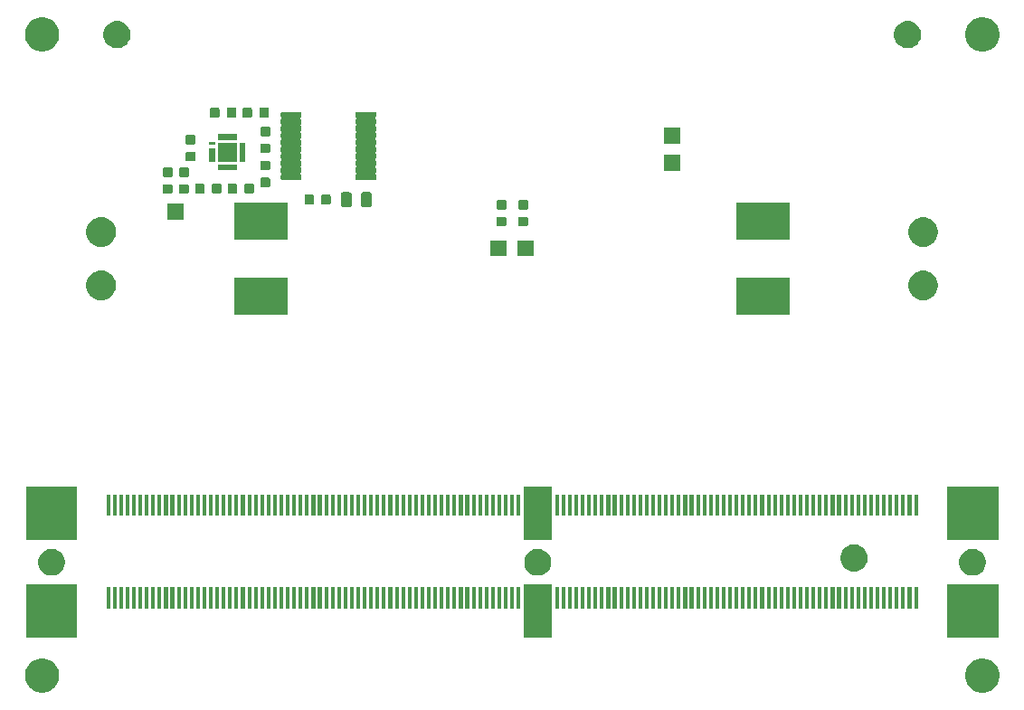
<source format=gbr>
G04 #@! TF.GenerationSoftware,KiCad,Pcbnew,5.1.5+dfsg1-2build2*
G04 #@! TF.CreationDate,2021-03-31T10:31:05+02:00*
G04 #@! TF.ProjectId,ModulAdapterMagnet,4d6f6475-6c41-4646-9170-7465724d6167,rev?*
G04 #@! TF.SameCoordinates,Original*
G04 #@! TF.FileFunction,Soldermask,Top*
G04 #@! TF.FilePolarity,Negative*
%FSLAX46Y46*%
G04 Gerber Fmt 4.6, Leading zero omitted, Abs format (unit mm)*
G04 Created by KiCad (PCBNEW 5.1.5+dfsg1-2build2) date 2021-03-31 10:31:05*
%MOMM*%
%LPD*%
G04 APERTURE LIST*
%ADD10C,0.100000*%
G04 APERTURE END LIST*
D10*
G36*
X144466703Y-132461486D02*
G01*
X144757883Y-132582097D01*
X145019940Y-132757198D01*
X145242802Y-132980060D01*
X145417903Y-133242117D01*
X145538514Y-133533297D01*
X145600000Y-133842412D01*
X145600000Y-134157588D01*
X145538514Y-134466703D01*
X145417903Y-134757883D01*
X145242802Y-135019940D01*
X145019940Y-135242802D01*
X144757883Y-135417903D01*
X144466703Y-135538514D01*
X144157588Y-135600000D01*
X143842412Y-135600000D01*
X143533297Y-135538514D01*
X143242117Y-135417903D01*
X142980060Y-135242802D01*
X142757198Y-135019940D01*
X142582097Y-134757883D01*
X142461486Y-134466703D01*
X142400000Y-134157588D01*
X142400000Y-133842412D01*
X142461486Y-133533297D01*
X142582097Y-133242117D01*
X142757198Y-132980060D01*
X142980060Y-132757198D01*
X143242117Y-132582097D01*
X143533297Y-132461486D01*
X143842412Y-132400000D01*
X144157588Y-132400000D01*
X144466703Y-132461486D01*
G37*
G36*
X56466703Y-132461486D02*
G01*
X56757883Y-132582097D01*
X57019940Y-132757198D01*
X57242802Y-132980060D01*
X57417903Y-133242117D01*
X57538514Y-133533297D01*
X57600000Y-133842412D01*
X57600000Y-134157588D01*
X57538514Y-134466703D01*
X57417903Y-134757883D01*
X57242802Y-135019940D01*
X57019940Y-135242802D01*
X56757883Y-135417903D01*
X56466703Y-135538514D01*
X56157588Y-135600000D01*
X55842412Y-135600000D01*
X55533297Y-135538514D01*
X55242117Y-135417903D01*
X54980060Y-135242802D01*
X54757198Y-135019940D01*
X54582097Y-134757883D01*
X54461486Y-134466703D01*
X54400000Y-134157588D01*
X54400000Y-133842412D01*
X54461486Y-133533297D01*
X54582097Y-133242117D01*
X54757198Y-132980060D01*
X54980060Y-132757198D01*
X55242117Y-132582097D01*
X55533297Y-132461486D01*
X55842412Y-132400000D01*
X56157588Y-132400000D01*
X56466703Y-132461486D01*
G37*
G36*
X145500000Y-130490000D02*
G01*
X140700000Y-130490000D01*
X140700000Y-125490000D01*
X145500000Y-125490000D01*
X145500000Y-130490000D01*
G37*
G36*
X103700000Y-130490000D02*
G01*
X101100000Y-130490000D01*
X101100000Y-125490000D01*
X103700000Y-125490000D01*
X103700000Y-130490000D01*
G37*
G36*
X59300000Y-130490000D02*
G01*
X54500000Y-130490000D01*
X54500000Y-125490000D01*
X59300000Y-125490000D01*
X59300000Y-130490000D01*
G37*
G36*
X121775000Y-127750000D02*
G01*
X121425000Y-127750000D01*
X121425000Y-125750000D01*
X121775000Y-125750000D01*
X121775000Y-127750000D01*
G37*
G36*
X100775000Y-127750000D02*
G01*
X100425000Y-127750000D01*
X100425000Y-125750000D01*
X100775000Y-125750000D01*
X100775000Y-127750000D01*
G37*
G36*
X111575000Y-127750000D02*
G01*
X111225000Y-127750000D01*
X111225000Y-125750000D01*
X111575000Y-125750000D01*
X111575000Y-127750000D01*
G37*
G36*
X110975000Y-127750000D02*
G01*
X110625000Y-127750000D01*
X110625000Y-125750000D01*
X110975000Y-125750000D01*
X110975000Y-127750000D01*
G37*
G36*
X110375000Y-127750000D02*
G01*
X110025000Y-127750000D01*
X110025000Y-125750000D01*
X110375000Y-125750000D01*
X110375000Y-127750000D01*
G37*
G36*
X109775000Y-127750000D02*
G01*
X109425000Y-127750000D01*
X109425000Y-125750000D01*
X109775000Y-125750000D01*
X109775000Y-127750000D01*
G37*
G36*
X109175000Y-127750000D02*
G01*
X108825000Y-127750000D01*
X108825000Y-125750000D01*
X109175000Y-125750000D01*
X109175000Y-127750000D01*
G37*
G36*
X108575000Y-127750000D02*
G01*
X108225000Y-127750000D01*
X108225000Y-125750000D01*
X108575000Y-125750000D01*
X108575000Y-127750000D01*
G37*
G36*
X107975000Y-127750000D02*
G01*
X107625000Y-127750000D01*
X107625000Y-125750000D01*
X107975000Y-125750000D01*
X107975000Y-127750000D01*
G37*
G36*
X107375000Y-127750000D02*
G01*
X107025000Y-127750000D01*
X107025000Y-125750000D01*
X107375000Y-125750000D01*
X107375000Y-127750000D01*
G37*
G36*
X106775000Y-127750000D02*
G01*
X106425000Y-127750000D01*
X106425000Y-125750000D01*
X106775000Y-125750000D01*
X106775000Y-127750000D01*
G37*
G36*
X106175000Y-127750000D02*
G01*
X105825000Y-127750000D01*
X105825000Y-125750000D01*
X106175000Y-125750000D01*
X106175000Y-127750000D01*
G37*
G36*
X105575000Y-127750000D02*
G01*
X105225000Y-127750000D01*
X105225000Y-125750000D01*
X105575000Y-125750000D01*
X105575000Y-127750000D01*
G37*
G36*
X104975000Y-127750000D02*
G01*
X104625000Y-127750000D01*
X104625000Y-125750000D01*
X104975000Y-125750000D01*
X104975000Y-127750000D01*
G37*
G36*
X104375000Y-127750000D02*
G01*
X104025000Y-127750000D01*
X104025000Y-125750000D01*
X104375000Y-125750000D01*
X104375000Y-127750000D01*
G37*
G36*
X121175000Y-127750000D02*
G01*
X120825000Y-127750000D01*
X120825000Y-125750000D01*
X121175000Y-125750000D01*
X121175000Y-127750000D01*
G37*
G36*
X112775000Y-127750000D02*
G01*
X112425000Y-127750000D01*
X112425000Y-125750000D01*
X112775000Y-125750000D01*
X112775000Y-127750000D01*
G37*
G36*
X113375000Y-127750000D02*
G01*
X113025000Y-127750000D01*
X113025000Y-125750000D01*
X113375000Y-125750000D01*
X113375000Y-127750000D01*
G37*
G36*
X113975000Y-127750000D02*
G01*
X113625000Y-127750000D01*
X113625000Y-125750000D01*
X113975000Y-125750000D01*
X113975000Y-127750000D01*
G37*
G36*
X114575000Y-127750000D02*
G01*
X114225000Y-127750000D01*
X114225000Y-125750000D01*
X114575000Y-125750000D01*
X114575000Y-127750000D01*
G37*
G36*
X115175000Y-127750000D02*
G01*
X114825000Y-127750000D01*
X114825000Y-125750000D01*
X115175000Y-125750000D01*
X115175000Y-127750000D01*
G37*
G36*
X115775000Y-127750000D02*
G01*
X115425000Y-127750000D01*
X115425000Y-125750000D01*
X115775000Y-125750000D01*
X115775000Y-127750000D01*
G37*
G36*
X116375000Y-127750000D02*
G01*
X116025000Y-127750000D01*
X116025000Y-125750000D01*
X116375000Y-125750000D01*
X116375000Y-127750000D01*
G37*
G36*
X116975000Y-127750000D02*
G01*
X116625000Y-127750000D01*
X116625000Y-125750000D01*
X116975000Y-125750000D01*
X116975000Y-127750000D01*
G37*
G36*
X117575000Y-127750000D02*
G01*
X117225000Y-127750000D01*
X117225000Y-125750000D01*
X117575000Y-125750000D01*
X117575000Y-127750000D01*
G37*
G36*
X118175000Y-127750000D02*
G01*
X117825000Y-127750000D01*
X117825000Y-125750000D01*
X118175000Y-125750000D01*
X118175000Y-127750000D01*
G37*
G36*
X118775000Y-127750000D02*
G01*
X118425000Y-127750000D01*
X118425000Y-125750000D01*
X118775000Y-125750000D01*
X118775000Y-127750000D01*
G37*
G36*
X119375000Y-127750000D02*
G01*
X119025000Y-127750000D01*
X119025000Y-125750000D01*
X119375000Y-125750000D01*
X119375000Y-127750000D01*
G37*
G36*
X119975000Y-127750000D02*
G01*
X119625000Y-127750000D01*
X119625000Y-125750000D01*
X119975000Y-125750000D01*
X119975000Y-127750000D01*
G37*
G36*
X120575000Y-127750000D02*
G01*
X120225000Y-127750000D01*
X120225000Y-125750000D01*
X120575000Y-125750000D01*
X120575000Y-127750000D01*
G37*
G36*
X98375000Y-127750000D02*
G01*
X98025000Y-127750000D01*
X98025000Y-125750000D01*
X98375000Y-125750000D01*
X98375000Y-127750000D01*
G37*
G36*
X97175000Y-127750000D02*
G01*
X96825000Y-127750000D01*
X96825000Y-125750000D01*
X97175000Y-125750000D01*
X97175000Y-127750000D01*
G37*
G36*
X122375000Y-127750000D02*
G01*
X122025000Y-127750000D01*
X122025000Y-125750000D01*
X122375000Y-125750000D01*
X122375000Y-127750000D01*
G37*
G36*
X122975000Y-127750000D02*
G01*
X122625000Y-127750000D01*
X122625000Y-125750000D01*
X122975000Y-125750000D01*
X122975000Y-127750000D01*
G37*
G36*
X123575000Y-127750000D02*
G01*
X123225000Y-127750000D01*
X123225000Y-125750000D01*
X123575000Y-125750000D01*
X123575000Y-127750000D01*
G37*
G36*
X124175000Y-127750000D02*
G01*
X123825000Y-127750000D01*
X123825000Y-125750000D01*
X124175000Y-125750000D01*
X124175000Y-127750000D01*
G37*
G36*
X124775000Y-127750000D02*
G01*
X124425000Y-127750000D01*
X124425000Y-125750000D01*
X124775000Y-125750000D01*
X124775000Y-127750000D01*
G37*
G36*
X125375000Y-127750000D02*
G01*
X125025000Y-127750000D01*
X125025000Y-125750000D01*
X125375000Y-125750000D01*
X125375000Y-127750000D01*
G37*
G36*
X125975000Y-127750000D02*
G01*
X125625000Y-127750000D01*
X125625000Y-125750000D01*
X125975000Y-125750000D01*
X125975000Y-127750000D01*
G37*
G36*
X126575000Y-127750000D02*
G01*
X126225000Y-127750000D01*
X126225000Y-125750000D01*
X126575000Y-125750000D01*
X126575000Y-127750000D01*
G37*
G36*
X127175000Y-127750000D02*
G01*
X126825000Y-127750000D01*
X126825000Y-125750000D01*
X127175000Y-125750000D01*
X127175000Y-127750000D01*
G37*
G36*
X127775000Y-127750000D02*
G01*
X127425000Y-127750000D01*
X127425000Y-125750000D01*
X127775000Y-125750000D01*
X127775000Y-127750000D01*
G37*
G36*
X128375000Y-127750000D02*
G01*
X128025000Y-127750000D01*
X128025000Y-125750000D01*
X128375000Y-125750000D01*
X128375000Y-127750000D01*
G37*
G36*
X128975000Y-127750000D02*
G01*
X128625000Y-127750000D01*
X128625000Y-125750000D01*
X128975000Y-125750000D01*
X128975000Y-127750000D01*
G37*
G36*
X129575000Y-127750000D02*
G01*
X129225000Y-127750000D01*
X129225000Y-125750000D01*
X129575000Y-125750000D01*
X129575000Y-127750000D01*
G37*
G36*
X130175000Y-127750000D02*
G01*
X129825000Y-127750000D01*
X129825000Y-125750000D01*
X130175000Y-125750000D01*
X130175000Y-127750000D01*
G37*
G36*
X130775000Y-127750000D02*
G01*
X130425000Y-127750000D01*
X130425000Y-125750000D01*
X130775000Y-125750000D01*
X130775000Y-127750000D01*
G37*
G36*
X131375000Y-127750000D02*
G01*
X131025000Y-127750000D01*
X131025000Y-125750000D01*
X131375000Y-125750000D01*
X131375000Y-127750000D01*
G37*
G36*
X131975000Y-127750000D02*
G01*
X131625000Y-127750000D01*
X131625000Y-125750000D01*
X131975000Y-125750000D01*
X131975000Y-127750000D01*
G37*
G36*
X132575000Y-127750000D02*
G01*
X132225000Y-127750000D01*
X132225000Y-125750000D01*
X132575000Y-125750000D01*
X132575000Y-127750000D01*
G37*
G36*
X133175000Y-127750000D02*
G01*
X132825000Y-127750000D01*
X132825000Y-125750000D01*
X133175000Y-125750000D01*
X133175000Y-127750000D01*
G37*
G36*
X133775000Y-127750000D02*
G01*
X133425000Y-127750000D01*
X133425000Y-125750000D01*
X133775000Y-125750000D01*
X133775000Y-127750000D01*
G37*
G36*
X134375000Y-127750000D02*
G01*
X134025000Y-127750000D01*
X134025000Y-125750000D01*
X134375000Y-125750000D01*
X134375000Y-127750000D01*
G37*
G36*
X134975000Y-127750000D02*
G01*
X134625000Y-127750000D01*
X134625000Y-125750000D01*
X134975000Y-125750000D01*
X134975000Y-127750000D01*
G37*
G36*
X135575000Y-127750000D02*
G01*
X135225000Y-127750000D01*
X135225000Y-125750000D01*
X135575000Y-125750000D01*
X135575000Y-127750000D01*
G37*
G36*
X136175000Y-127750000D02*
G01*
X135825000Y-127750000D01*
X135825000Y-125750000D01*
X136175000Y-125750000D01*
X136175000Y-127750000D01*
G37*
G36*
X136775000Y-127750000D02*
G01*
X136425000Y-127750000D01*
X136425000Y-125750000D01*
X136775000Y-125750000D01*
X136775000Y-127750000D01*
G37*
G36*
X137375000Y-127750000D02*
G01*
X137025000Y-127750000D01*
X137025000Y-125750000D01*
X137375000Y-125750000D01*
X137375000Y-127750000D01*
G37*
G36*
X137975000Y-127750000D02*
G01*
X137625000Y-127750000D01*
X137625000Y-125750000D01*
X137975000Y-125750000D01*
X137975000Y-127750000D01*
G37*
G36*
X99575000Y-127750000D02*
G01*
X99225000Y-127750000D01*
X99225000Y-125750000D01*
X99575000Y-125750000D01*
X99575000Y-127750000D01*
G37*
G36*
X98975000Y-127750000D02*
G01*
X98625000Y-127750000D01*
X98625000Y-125750000D01*
X98975000Y-125750000D01*
X98975000Y-127750000D01*
G37*
G36*
X80375000Y-127750000D02*
G01*
X80025000Y-127750000D01*
X80025000Y-125750000D01*
X80375000Y-125750000D01*
X80375000Y-127750000D01*
G37*
G36*
X88175000Y-127750000D02*
G01*
X87825000Y-127750000D01*
X87825000Y-125750000D01*
X88175000Y-125750000D01*
X88175000Y-127750000D01*
G37*
G36*
X96575000Y-127750000D02*
G01*
X96225000Y-127750000D01*
X96225000Y-125750000D01*
X96575000Y-125750000D01*
X96575000Y-127750000D01*
G37*
G36*
X95975000Y-127750000D02*
G01*
X95625000Y-127750000D01*
X95625000Y-125750000D01*
X95975000Y-125750000D01*
X95975000Y-127750000D01*
G37*
G36*
X95375000Y-127750000D02*
G01*
X95025000Y-127750000D01*
X95025000Y-125750000D01*
X95375000Y-125750000D01*
X95375000Y-127750000D01*
G37*
G36*
X94775000Y-127750000D02*
G01*
X94425000Y-127750000D01*
X94425000Y-125750000D01*
X94775000Y-125750000D01*
X94775000Y-127750000D01*
G37*
G36*
X94175000Y-127750000D02*
G01*
X93825000Y-127750000D01*
X93825000Y-125750000D01*
X94175000Y-125750000D01*
X94175000Y-127750000D01*
G37*
G36*
X93575000Y-127750000D02*
G01*
X93225000Y-127750000D01*
X93225000Y-125750000D01*
X93575000Y-125750000D01*
X93575000Y-127750000D01*
G37*
G36*
X92975000Y-127750000D02*
G01*
X92625000Y-127750000D01*
X92625000Y-125750000D01*
X92975000Y-125750000D01*
X92975000Y-127750000D01*
G37*
G36*
X92375000Y-127750000D02*
G01*
X92025000Y-127750000D01*
X92025000Y-125750000D01*
X92375000Y-125750000D01*
X92375000Y-127750000D01*
G37*
G36*
X91775000Y-127750000D02*
G01*
X91425000Y-127750000D01*
X91425000Y-125750000D01*
X91775000Y-125750000D01*
X91775000Y-127750000D01*
G37*
G36*
X91175000Y-127750000D02*
G01*
X90825000Y-127750000D01*
X90825000Y-125750000D01*
X91175000Y-125750000D01*
X91175000Y-127750000D01*
G37*
G36*
X79175000Y-127750000D02*
G01*
X78825000Y-127750000D01*
X78825000Y-125750000D01*
X79175000Y-125750000D01*
X79175000Y-127750000D01*
G37*
G36*
X90575000Y-127750000D02*
G01*
X90225000Y-127750000D01*
X90225000Y-125750000D01*
X90575000Y-125750000D01*
X90575000Y-127750000D01*
G37*
G36*
X89375000Y-127750000D02*
G01*
X89025000Y-127750000D01*
X89025000Y-125750000D01*
X89375000Y-125750000D01*
X89375000Y-127750000D01*
G37*
G36*
X88775000Y-127750000D02*
G01*
X88425000Y-127750000D01*
X88425000Y-125750000D01*
X88775000Y-125750000D01*
X88775000Y-127750000D01*
G37*
G36*
X70775000Y-127750000D02*
G01*
X70425000Y-127750000D01*
X70425000Y-125750000D01*
X70775000Y-125750000D01*
X70775000Y-127750000D01*
G37*
G36*
X80975000Y-127750000D02*
G01*
X80625000Y-127750000D01*
X80625000Y-125750000D01*
X80975000Y-125750000D01*
X80975000Y-127750000D01*
G37*
G36*
X81575000Y-127750000D02*
G01*
X81225000Y-127750000D01*
X81225000Y-125750000D01*
X81575000Y-125750000D01*
X81575000Y-127750000D01*
G37*
G36*
X82175000Y-127750000D02*
G01*
X81825000Y-127750000D01*
X81825000Y-125750000D01*
X82175000Y-125750000D01*
X82175000Y-127750000D01*
G37*
G36*
X82775000Y-127750000D02*
G01*
X82425000Y-127750000D01*
X82425000Y-125750000D01*
X82775000Y-125750000D01*
X82775000Y-127750000D01*
G37*
G36*
X83375000Y-127750000D02*
G01*
X83025000Y-127750000D01*
X83025000Y-125750000D01*
X83375000Y-125750000D01*
X83375000Y-127750000D01*
G37*
G36*
X83975000Y-127750000D02*
G01*
X83625000Y-127750000D01*
X83625000Y-125750000D01*
X83975000Y-125750000D01*
X83975000Y-127750000D01*
G37*
G36*
X84575000Y-127750000D02*
G01*
X84225000Y-127750000D01*
X84225000Y-125750000D01*
X84575000Y-125750000D01*
X84575000Y-127750000D01*
G37*
G36*
X85175000Y-127750000D02*
G01*
X84825000Y-127750000D01*
X84825000Y-125750000D01*
X85175000Y-125750000D01*
X85175000Y-127750000D01*
G37*
G36*
X85775000Y-127750000D02*
G01*
X85425000Y-127750000D01*
X85425000Y-125750000D01*
X85775000Y-125750000D01*
X85775000Y-127750000D01*
G37*
G36*
X86375000Y-127750000D02*
G01*
X86025000Y-127750000D01*
X86025000Y-125750000D01*
X86375000Y-125750000D01*
X86375000Y-127750000D01*
G37*
G36*
X86975000Y-127750000D02*
G01*
X86625000Y-127750000D01*
X86625000Y-125750000D01*
X86975000Y-125750000D01*
X86975000Y-127750000D01*
G37*
G36*
X87575000Y-127750000D02*
G01*
X87225000Y-127750000D01*
X87225000Y-125750000D01*
X87575000Y-125750000D01*
X87575000Y-127750000D01*
G37*
G36*
X89975000Y-127750000D02*
G01*
X89625000Y-127750000D01*
X89625000Y-125750000D01*
X89975000Y-125750000D01*
X89975000Y-127750000D01*
G37*
G36*
X112175000Y-127750000D02*
G01*
X111825000Y-127750000D01*
X111825000Y-125750000D01*
X112175000Y-125750000D01*
X112175000Y-127750000D01*
G37*
G36*
X71375000Y-127750000D02*
G01*
X71025000Y-127750000D01*
X71025000Y-125750000D01*
X71375000Y-125750000D01*
X71375000Y-127750000D01*
G37*
G36*
X97775000Y-127750000D02*
G01*
X97425000Y-127750000D01*
X97425000Y-125750000D01*
X97775000Y-125750000D01*
X97775000Y-127750000D01*
G37*
G36*
X78575000Y-127750000D02*
G01*
X78225000Y-127750000D01*
X78225000Y-125750000D01*
X78575000Y-125750000D01*
X78575000Y-127750000D01*
G37*
G36*
X77975000Y-127750000D02*
G01*
X77625000Y-127750000D01*
X77625000Y-125750000D01*
X77975000Y-125750000D01*
X77975000Y-127750000D01*
G37*
G36*
X77375000Y-127750000D02*
G01*
X77025000Y-127750000D01*
X77025000Y-125750000D01*
X77375000Y-125750000D01*
X77375000Y-127750000D01*
G37*
G36*
X76775000Y-127750000D02*
G01*
X76425000Y-127750000D01*
X76425000Y-125750000D01*
X76775000Y-125750000D01*
X76775000Y-127750000D01*
G37*
G36*
X76175000Y-127750000D02*
G01*
X75825000Y-127750000D01*
X75825000Y-125750000D01*
X76175000Y-125750000D01*
X76175000Y-127750000D01*
G37*
G36*
X75575000Y-127750000D02*
G01*
X75225000Y-127750000D01*
X75225000Y-125750000D01*
X75575000Y-125750000D01*
X75575000Y-127750000D01*
G37*
G36*
X74975000Y-127750000D02*
G01*
X74625000Y-127750000D01*
X74625000Y-125750000D01*
X74975000Y-125750000D01*
X74975000Y-127750000D01*
G37*
G36*
X74375000Y-127750000D02*
G01*
X74025000Y-127750000D01*
X74025000Y-125750000D01*
X74375000Y-125750000D01*
X74375000Y-127750000D01*
G37*
G36*
X73775000Y-127750000D02*
G01*
X73425000Y-127750000D01*
X73425000Y-125750000D01*
X73775000Y-125750000D01*
X73775000Y-127750000D01*
G37*
G36*
X73175000Y-127750000D02*
G01*
X72825000Y-127750000D01*
X72825000Y-125750000D01*
X73175000Y-125750000D01*
X73175000Y-127750000D01*
G37*
G36*
X72575000Y-127750000D02*
G01*
X72225000Y-127750000D01*
X72225000Y-125750000D01*
X72575000Y-125750000D01*
X72575000Y-127750000D01*
G37*
G36*
X71975000Y-127750000D02*
G01*
X71625000Y-127750000D01*
X71625000Y-125750000D01*
X71975000Y-125750000D01*
X71975000Y-127750000D01*
G37*
G36*
X100175000Y-127750000D02*
G01*
X99825000Y-127750000D01*
X99825000Y-125750000D01*
X100175000Y-125750000D01*
X100175000Y-127750000D01*
G37*
G36*
X79775000Y-127750000D02*
G01*
X79425000Y-127750000D01*
X79425000Y-125750000D01*
X79775000Y-125750000D01*
X79775000Y-127750000D01*
G37*
G36*
X69575000Y-127750000D02*
G01*
X69225000Y-127750000D01*
X69225000Y-125750000D01*
X69575000Y-125750000D01*
X69575000Y-127750000D01*
G37*
G36*
X62975000Y-127750000D02*
G01*
X62625000Y-127750000D01*
X62625000Y-125750000D01*
X62975000Y-125750000D01*
X62975000Y-127750000D01*
G37*
G36*
X62375000Y-127750000D02*
G01*
X62025000Y-127750000D01*
X62025000Y-125750000D01*
X62375000Y-125750000D01*
X62375000Y-127750000D01*
G37*
G36*
X63575000Y-127750000D02*
G01*
X63225000Y-127750000D01*
X63225000Y-125750000D01*
X63575000Y-125750000D01*
X63575000Y-127750000D01*
G37*
G36*
X64175000Y-127750000D02*
G01*
X63825000Y-127750000D01*
X63825000Y-125750000D01*
X64175000Y-125750000D01*
X64175000Y-127750000D01*
G37*
G36*
X64775000Y-127750000D02*
G01*
X64425000Y-127750000D01*
X64425000Y-125750000D01*
X64775000Y-125750000D01*
X64775000Y-127750000D01*
G37*
G36*
X65375000Y-127750000D02*
G01*
X65025000Y-127750000D01*
X65025000Y-125750000D01*
X65375000Y-125750000D01*
X65375000Y-127750000D01*
G37*
G36*
X65975000Y-127750000D02*
G01*
X65625000Y-127750000D01*
X65625000Y-125750000D01*
X65975000Y-125750000D01*
X65975000Y-127750000D01*
G37*
G36*
X66575000Y-127750000D02*
G01*
X66225000Y-127750000D01*
X66225000Y-125750000D01*
X66575000Y-125750000D01*
X66575000Y-127750000D01*
G37*
G36*
X67175000Y-127750000D02*
G01*
X66825000Y-127750000D01*
X66825000Y-125750000D01*
X67175000Y-125750000D01*
X67175000Y-127750000D01*
G37*
G36*
X67775000Y-127750000D02*
G01*
X67425000Y-127750000D01*
X67425000Y-125750000D01*
X67775000Y-125750000D01*
X67775000Y-127750000D01*
G37*
G36*
X68375000Y-127750000D02*
G01*
X68025000Y-127750000D01*
X68025000Y-125750000D01*
X68375000Y-125750000D01*
X68375000Y-127750000D01*
G37*
G36*
X68975000Y-127750000D02*
G01*
X68625000Y-127750000D01*
X68625000Y-125750000D01*
X68975000Y-125750000D01*
X68975000Y-127750000D01*
G37*
G36*
X70175000Y-127750000D02*
G01*
X69825000Y-127750000D01*
X69825000Y-125750000D01*
X70175000Y-125750000D01*
X70175000Y-127750000D01*
G37*
G36*
X102764610Y-122198036D02*
G01*
X102992095Y-122292264D01*
X102992097Y-122292265D01*
X103196828Y-122429062D01*
X103370938Y-122603172D01*
X103507736Y-122807905D01*
X103601964Y-123035390D01*
X103650000Y-123276884D01*
X103650000Y-123523116D01*
X103601964Y-123764610D01*
X103510065Y-123986473D01*
X103507735Y-123992097D01*
X103370938Y-124196828D01*
X103196828Y-124370938D01*
X102992097Y-124507735D01*
X102992096Y-124507736D01*
X102992095Y-124507736D01*
X102764610Y-124601964D01*
X102523116Y-124650000D01*
X102276884Y-124650000D01*
X102035390Y-124601964D01*
X101807905Y-124507736D01*
X101807904Y-124507736D01*
X101807903Y-124507735D01*
X101603172Y-124370938D01*
X101429062Y-124196828D01*
X101292265Y-123992097D01*
X101289935Y-123986473D01*
X101198036Y-123764610D01*
X101150000Y-123523116D01*
X101150000Y-123276884D01*
X101198036Y-123035390D01*
X101292264Y-122807905D01*
X101429062Y-122603172D01*
X101603172Y-122429062D01*
X101807903Y-122292265D01*
X101807905Y-122292264D01*
X102035390Y-122198036D01*
X102276884Y-122150000D01*
X102523116Y-122150000D01*
X102764610Y-122198036D01*
G37*
G36*
X57264610Y-122198036D02*
G01*
X57492095Y-122292264D01*
X57492097Y-122292265D01*
X57696828Y-122429062D01*
X57870938Y-122603172D01*
X58007736Y-122807905D01*
X58101964Y-123035390D01*
X58150000Y-123276884D01*
X58150000Y-123523116D01*
X58101964Y-123764610D01*
X58010065Y-123986473D01*
X58007735Y-123992097D01*
X57870938Y-124196828D01*
X57696828Y-124370938D01*
X57492097Y-124507735D01*
X57492096Y-124507736D01*
X57492095Y-124507736D01*
X57264610Y-124601964D01*
X57023116Y-124650000D01*
X56776884Y-124650000D01*
X56535390Y-124601964D01*
X56307905Y-124507736D01*
X56307904Y-124507736D01*
X56307903Y-124507735D01*
X56103172Y-124370938D01*
X55929062Y-124196828D01*
X55792265Y-123992097D01*
X55789935Y-123986473D01*
X55698036Y-123764610D01*
X55650000Y-123523116D01*
X55650000Y-123276884D01*
X55698036Y-123035390D01*
X55792264Y-122807905D01*
X55929062Y-122603172D01*
X56103172Y-122429062D01*
X56307903Y-122292265D01*
X56307905Y-122292264D01*
X56535390Y-122198036D01*
X56776884Y-122150000D01*
X57023116Y-122150000D01*
X57264610Y-122198036D01*
G37*
G36*
X143464610Y-122198036D02*
G01*
X143692095Y-122292264D01*
X143692097Y-122292265D01*
X143896828Y-122429062D01*
X144070938Y-122603172D01*
X144207736Y-122807905D01*
X144301964Y-123035390D01*
X144350000Y-123276884D01*
X144350000Y-123523116D01*
X144301964Y-123764610D01*
X144210065Y-123986473D01*
X144207735Y-123992097D01*
X144070938Y-124196828D01*
X143896828Y-124370938D01*
X143692097Y-124507735D01*
X143692096Y-124507736D01*
X143692095Y-124507736D01*
X143464610Y-124601964D01*
X143223116Y-124650000D01*
X142976884Y-124650000D01*
X142735390Y-124601964D01*
X142507905Y-124507736D01*
X142507904Y-124507736D01*
X142507903Y-124507735D01*
X142303172Y-124370938D01*
X142129062Y-124196828D01*
X141992265Y-123992097D01*
X141989935Y-123986473D01*
X141898036Y-123764610D01*
X141850000Y-123523116D01*
X141850000Y-123276884D01*
X141898036Y-123035390D01*
X141992264Y-122807905D01*
X142129062Y-122603172D01*
X142303172Y-122429062D01*
X142507903Y-122292265D01*
X142507905Y-122292264D01*
X142735390Y-122198036D01*
X142976884Y-122150000D01*
X143223116Y-122150000D01*
X143464610Y-122198036D01*
G37*
G36*
X132247765Y-121754403D02*
G01*
X132370445Y-121778805D01*
X132601571Y-121874541D01*
X132809578Y-122013527D01*
X132986473Y-122190422D01*
X133125459Y-122398429D01*
X133210267Y-122603172D01*
X133221195Y-122629556D01*
X133270000Y-122874915D01*
X133270000Y-123125085D01*
X133221195Y-123370444D01*
X133125460Y-123601569D01*
X132986474Y-123809577D01*
X132809577Y-123986474D01*
X132706279Y-124055495D01*
X132601571Y-124125459D01*
X132370445Y-124221195D01*
X132247764Y-124245598D01*
X132125085Y-124270000D01*
X131874915Y-124270000D01*
X131752236Y-124245598D01*
X131629555Y-124221195D01*
X131398429Y-124125459D01*
X131293721Y-124055495D01*
X131190423Y-123986474D01*
X131013526Y-123809577D01*
X130874540Y-123601569D01*
X130778805Y-123370444D01*
X130730000Y-123125085D01*
X130730000Y-122874915D01*
X130778805Y-122629556D01*
X130789734Y-122603172D01*
X130874541Y-122398429D01*
X131013527Y-122190422D01*
X131190422Y-122013527D01*
X131398429Y-121874541D01*
X131629555Y-121778805D01*
X131752235Y-121754403D01*
X131874915Y-121730000D01*
X132125085Y-121730000D01*
X132247765Y-121754403D01*
G37*
G36*
X59300000Y-121310000D02*
G01*
X54500000Y-121310000D01*
X54500000Y-116310000D01*
X59300000Y-116310000D01*
X59300000Y-121310000D01*
G37*
G36*
X145500000Y-121310000D02*
G01*
X140700000Y-121310000D01*
X140700000Y-116310000D01*
X145500000Y-116310000D01*
X145500000Y-121310000D01*
G37*
G36*
X103700000Y-121310000D02*
G01*
X101100000Y-121310000D01*
X101100000Y-116310000D01*
X103700000Y-116310000D01*
X103700000Y-121310000D01*
G37*
G36*
X128375000Y-119050000D02*
G01*
X128025000Y-119050000D01*
X128025000Y-117050000D01*
X128375000Y-117050000D01*
X128375000Y-119050000D01*
G37*
G36*
X136175000Y-119050000D02*
G01*
X135825000Y-119050000D01*
X135825000Y-117050000D01*
X136175000Y-117050000D01*
X136175000Y-119050000D01*
G37*
G36*
X119375000Y-119050000D02*
G01*
X119025000Y-119050000D01*
X119025000Y-117050000D01*
X119375000Y-117050000D01*
X119375000Y-119050000D01*
G37*
G36*
X129575000Y-119050000D02*
G01*
X129225000Y-119050000D01*
X129225000Y-117050000D01*
X129575000Y-117050000D01*
X129575000Y-119050000D01*
G37*
G36*
X130175000Y-119050000D02*
G01*
X129825000Y-119050000D01*
X129825000Y-117050000D01*
X130175000Y-117050000D01*
X130175000Y-119050000D01*
G37*
G36*
X130775000Y-119050000D02*
G01*
X130425000Y-119050000D01*
X130425000Y-117050000D01*
X130775000Y-117050000D01*
X130775000Y-119050000D01*
G37*
G36*
X131375000Y-119050000D02*
G01*
X131025000Y-119050000D01*
X131025000Y-117050000D01*
X131375000Y-117050000D01*
X131375000Y-119050000D01*
G37*
G36*
X131975000Y-119050000D02*
G01*
X131625000Y-119050000D01*
X131625000Y-117050000D01*
X131975000Y-117050000D01*
X131975000Y-119050000D01*
G37*
G36*
X132575000Y-119050000D02*
G01*
X132225000Y-119050000D01*
X132225000Y-117050000D01*
X132575000Y-117050000D01*
X132575000Y-119050000D01*
G37*
G36*
X133175000Y-119050000D02*
G01*
X132825000Y-119050000D01*
X132825000Y-117050000D01*
X133175000Y-117050000D01*
X133175000Y-119050000D01*
G37*
G36*
X133775000Y-119050000D02*
G01*
X133425000Y-119050000D01*
X133425000Y-117050000D01*
X133775000Y-117050000D01*
X133775000Y-119050000D01*
G37*
G36*
X134375000Y-119050000D02*
G01*
X134025000Y-119050000D01*
X134025000Y-117050000D01*
X134375000Y-117050000D01*
X134375000Y-119050000D01*
G37*
G36*
X134975000Y-119050000D02*
G01*
X134625000Y-119050000D01*
X134625000Y-117050000D01*
X134975000Y-117050000D01*
X134975000Y-119050000D01*
G37*
G36*
X135575000Y-119050000D02*
G01*
X135225000Y-119050000D01*
X135225000Y-117050000D01*
X135575000Y-117050000D01*
X135575000Y-119050000D01*
G37*
G36*
X85175000Y-119050000D02*
G01*
X84825000Y-119050000D01*
X84825000Y-117050000D01*
X85175000Y-117050000D01*
X85175000Y-119050000D01*
G37*
G36*
X127775000Y-119050000D02*
G01*
X127425000Y-119050000D01*
X127425000Y-117050000D01*
X127775000Y-117050000D01*
X127775000Y-119050000D01*
G37*
G36*
X127175000Y-119050000D02*
G01*
X126825000Y-119050000D01*
X126825000Y-117050000D01*
X127175000Y-117050000D01*
X127175000Y-119050000D01*
G37*
G36*
X126575000Y-119050000D02*
G01*
X126225000Y-119050000D01*
X126225000Y-117050000D01*
X126575000Y-117050000D01*
X126575000Y-119050000D01*
G37*
G36*
X125975000Y-119050000D02*
G01*
X125625000Y-119050000D01*
X125625000Y-117050000D01*
X125975000Y-117050000D01*
X125975000Y-119050000D01*
G37*
G36*
X125375000Y-119050000D02*
G01*
X125025000Y-119050000D01*
X125025000Y-117050000D01*
X125375000Y-117050000D01*
X125375000Y-119050000D01*
G37*
G36*
X124775000Y-119050000D02*
G01*
X124425000Y-119050000D01*
X124425000Y-117050000D01*
X124775000Y-117050000D01*
X124775000Y-119050000D01*
G37*
G36*
X124175000Y-119050000D02*
G01*
X123825000Y-119050000D01*
X123825000Y-117050000D01*
X124175000Y-117050000D01*
X124175000Y-119050000D01*
G37*
G36*
X123575000Y-119050000D02*
G01*
X123225000Y-119050000D01*
X123225000Y-117050000D01*
X123575000Y-117050000D01*
X123575000Y-119050000D01*
G37*
G36*
X122975000Y-119050000D02*
G01*
X122625000Y-119050000D01*
X122625000Y-117050000D01*
X122975000Y-117050000D01*
X122975000Y-119050000D01*
G37*
G36*
X122375000Y-119050000D02*
G01*
X122025000Y-119050000D01*
X122025000Y-117050000D01*
X122375000Y-117050000D01*
X122375000Y-119050000D01*
G37*
G36*
X121775000Y-119050000D02*
G01*
X121425000Y-119050000D01*
X121425000Y-117050000D01*
X121775000Y-117050000D01*
X121775000Y-119050000D01*
G37*
G36*
X121175000Y-119050000D02*
G01*
X120825000Y-119050000D01*
X120825000Y-117050000D01*
X121175000Y-117050000D01*
X121175000Y-119050000D01*
G37*
G36*
X120575000Y-119050000D02*
G01*
X120225000Y-119050000D01*
X120225000Y-117050000D01*
X120575000Y-117050000D01*
X120575000Y-119050000D01*
G37*
G36*
X119975000Y-119050000D02*
G01*
X119625000Y-119050000D01*
X119625000Y-117050000D01*
X119975000Y-117050000D01*
X119975000Y-119050000D01*
G37*
G36*
X128975000Y-119050000D02*
G01*
X128625000Y-119050000D01*
X128625000Y-117050000D01*
X128975000Y-117050000D01*
X128975000Y-119050000D01*
G37*
G36*
X109775000Y-119050000D02*
G01*
X109425000Y-119050000D01*
X109425000Y-117050000D01*
X109775000Y-117050000D01*
X109775000Y-119050000D01*
G37*
G36*
X118775000Y-119050000D02*
G01*
X118425000Y-119050000D01*
X118425000Y-117050000D01*
X118775000Y-117050000D01*
X118775000Y-119050000D01*
G37*
G36*
X118175000Y-119050000D02*
G01*
X117825000Y-119050000D01*
X117825000Y-117050000D01*
X118175000Y-117050000D01*
X118175000Y-119050000D01*
G37*
G36*
X117575000Y-119050000D02*
G01*
X117225000Y-119050000D01*
X117225000Y-117050000D01*
X117575000Y-117050000D01*
X117575000Y-119050000D01*
G37*
G36*
X116975000Y-119050000D02*
G01*
X116625000Y-119050000D01*
X116625000Y-117050000D01*
X116975000Y-117050000D01*
X116975000Y-119050000D01*
G37*
G36*
X116375000Y-119050000D02*
G01*
X116025000Y-119050000D01*
X116025000Y-117050000D01*
X116375000Y-117050000D01*
X116375000Y-119050000D01*
G37*
G36*
X115775000Y-119050000D02*
G01*
X115425000Y-119050000D01*
X115425000Y-117050000D01*
X115775000Y-117050000D01*
X115775000Y-119050000D01*
G37*
G36*
X115175000Y-119050000D02*
G01*
X114825000Y-119050000D01*
X114825000Y-117050000D01*
X115175000Y-117050000D01*
X115175000Y-119050000D01*
G37*
G36*
X114575000Y-119050000D02*
G01*
X114225000Y-119050000D01*
X114225000Y-117050000D01*
X114575000Y-117050000D01*
X114575000Y-119050000D01*
G37*
G36*
X113975000Y-119050000D02*
G01*
X113625000Y-119050000D01*
X113625000Y-117050000D01*
X113975000Y-117050000D01*
X113975000Y-119050000D01*
G37*
G36*
X113375000Y-119050000D02*
G01*
X113025000Y-119050000D01*
X113025000Y-117050000D01*
X113375000Y-117050000D01*
X113375000Y-119050000D01*
G37*
G36*
X112775000Y-119050000D02*
G01*
X112425000Y-119050000D01*
X112425000Y-117050000D01*
X112775000Y-117050000D01*
X112775000Y-119050000D01*
G37*
G36*
X112175000Y-119050000D02*
G01*
X111825000Y-119050000D01*
X111825000Y-117050000D01*
X112175000Y-117050000D01*
X112175000Y-119050000D01*
G37*
G36*
X111575000Y-119050000D02*
G01*
X111225000Y-119050000D01*
X111225000Y-117050000D01*
X111575000Y-117050000D01*
X111575000Y-119050000D01*
G37*
G36*
X110975000Y-119050000D02*
G01*
X110625000Y-119050000D01*
X110625000Y-117050000D01*
X110975000Y-117050000D01*
X110975000Y-119050000D01*
G37*
G36*
X65375000Y-119050000D02*
G01*
X65025000Y-119050000D01*
X65025000Y-117050000D01*
X65375000Y-117050000D01*
X65375000Y-119050000D01*
G37*
G36*
X136775000Y-119050000D02*
G01*
X136425000Y-119050000D01*
X136425000Y-117050000D01*
X136775000Y-117050000D01*
X136775000Y-119050000D01*
G37*
G36*
X109175000Y-119050000D02*
G01*
X108825000Y-119050000D01*
X108825000Y-117050000D01*
X109175000Y-117050000D01*
X109175000Y-119050000D01*
G37*
G36*
X108575000Y-119050000D02*
G01*
X108225000Y-119050000D01*
X108225000Y-117050000D01*
X108575000Y-117050000D01*
X108575000Y-119050000D01*
G37*
G36*
X107975000Y-119050000D02*
G01*
X107625000Y-119050000D01*
X107625000Y-117050000D01*
X107975000Y-117050000D01*
X107975000Y-119050000D01*
G37*
G36*
X73175000Y-119050000D02*
G01*
X72825000Y-119050000D01*
X72825000Y-117050000D01*
X73175000Y-117050000D01*
X73175000Y-119050000D01*
G37*
G36*
X107375000Y-119050000D02*
G01*
X107025000Y-119050000D01*
X107025000Y-117050000D01*
X107375000Y-117050000D01*
X107375000Y-119050000D01*
G37*
G36*
X106775000Y-119050000D02*
G01*
X106425000Y-119050000D01*
X106425000Y-117050000D01*
X106775000Y-117050000D01*
X106775000Y-119050000D01*
G37*
G36*
X62375000Y-119050000D02*
G01*
X62025000Y-119050000D01*
X62025000Y-117050000D01*
X62375000Y-117050000D01*
X62375000Y-119050000D01*
G37*
G36*
X62975000Y-119050000D02*
G01*
X62625000Y-119050000D01*
X62625000Y-117050000D01*
X62975000Y-117050000D01*
X62975000Y-119050000D01*
G37*
G36*
X63575000Y-119050000D02*
G01*
X63225000Y-119050000D01*
X63225000Y-117050000D01*
X63575000Y-117050000D01*
X63575000Y-119050000D01*
G37*
G36*
X64175000Y-119050000D02*
G01*
X63825000Y-119050000D01*
X63825000Y-117050000D01*
X64175000Y-117050000D01*
X64175000Y-119050000D01*
G37*
G36*
X64775000Y-119050000D02*
G01*
X64425000Y-119050000D01*
X64425000Y-117050000D01*
X64775000Y-117050000D01*
X64775000Y-119050000D01*
G37*
G36*
X110375000Y-119050000D02*
G01*
X110025000Y-119050000D01*
X110025000Y-117050000D01*
X110375000Y-117050000D01*
X110375000Y-119050000D01*
G37*
G36*
X137975000Y-119050000D02*
G01*
X137625000Y-119050000D01*
X137625000Y-117050000D01*
X137975000Y-117050000D01*
X137975000Y-119050000D01*
G37*
G36*
X137375000Y-119050000D02*
G01*
X137025000Y-119050000D01*
X137025000Y-117050000D01*
X137375000Y-117050000D01*
X137375000Y-119050000D01*
G37*
G36*
X83375000Y-119050000D02*
G01*
X83025000Y-119050000D01*
X83025000Y-117050000D01*
X83375000Y-117050000D01*
X83375000Y-119050000D01*
G37*
G36*
X66575000Y-119050000D02*
G01*
X66225000Y-119050000D01*
X66225000Y-117050000D01*
X66575000Y-117050000D01*
X66575000Y-119050000D01*
G37*
G36*
X67175000Y-119050000D02*
G01*
X66825000Y-119050000D01*
X66825000Y-117050000D01*
X67175000Y-117050000D01*
X67175000Y-119050000D01*
G37*
G36*
X67775000Y-119050000D02*
G01*
X67425000Y-119050000D01*
X67425000Y-117050000D01*
X67775000Y-117050000D01*
X67775000Y-119050000D01*
G37*
G36*
X68375000Y-119050000D02*
G01*
X68025000Y-119050000D01*
X68025000Y-117050000D01*
X68375000Y-117050000D01*
X68375000Y-119050000D01*
G37*
G36*
X68975000Y-119050000D02*
G01*
X68625000Y-119050000D01*
X68625000Y-117050000D01*
X68975000Y-117050000D01*
X68975000Y-119050000D01*
G37*
G36*
X69575000Y-119050000D02*
G01*
X69225000Y-119050000D01*
X69225000Y-117050000D01*
X69575000Y-117050000D01*
X69575000Y-119050000D01*
G37*
G36*
X70175000Y-119050000D02*
G01*
X69825000Y-119050000D01*
X69825000Y-117050000D01*
X70175000Y-117050000D01*
X70175000Y-119050000D01*
G37*
G36*
X70775000Y-119050000D02*
G01*
X70425000Y-119050000D01*
X70425000Y-117050000D01*
X70775000Y-117050000D01*
X70775000Y-119050000D01*
G37*
G36*
X71375000Y-119050000D02*
G01*
X71025000Y-119050000D01*
X71025000Y-117050000D01*
X71375000Y-117050000D01*
X71375000Y-119050000D01*
G37*
G36*
X71975000Y-119050000D02*
G01*
X71625000Y-119050000D01*
X71625000Y-117050000D01*
X71975000Y-117050000D01*
X71975000Y-119050000D01*
G37*
G36*
X72575000Y-119050000D02*
G01*
X72225000Y-119050000D01*
X72225000Y-117050000D01*
X72575000Y-117050000D01*
X72575000Y-119050000D01*
G37*
G36*
X73775000Y-119050000D02*
G01*
X73425000Y-119050000D01*
X73425000Y-117050000D01*
X73775000Y-117050000D01*
X73775000Y-119050000D01*
G37*
G36*
X74375000Y-119050000D02*
G01*
X74025000Y-119050000D01*
X74025000Y-117050000D01*
X74375000Y-117050000D01*
X74375000Y-119050000D01*
G37*
G36*
X74975000Y-119050000D02*
G01*
X74625000Y-119050000D01*
X74625000Y-117050000D01*
X74975000Y-117050000D01*
X74975000Y-119050000D01*
G37*
G36*
X65975000Y-119050000D02*
G01*
X65625000Y-119050000D01*
X65625000Y-117050000D01*
X65975000Y-117050000D01*
X65975000Y-119050000D01*
G37*
G36*
X86375000Y-119050000D02*
G01*
X86025000Y-119050000D01*
X86025000Y-117050000D01*
X86375000Y-117050000D01*
X86375000Y-119050000D01*
G37*
G36*
X82775000Y-119050000D02*
G01*
X82425000Y-119050000D01*
X82425000Y-117050000D01*
X82775000Y-117050000D01*
X82775000Y-119050000D01*
G37*
G36*
X82175000Y-119050000D02*
G01*
X81825000Y-119050000D01*
X81825000Y-117050000D01*
X82175000Y-117050000D01*
X82175000Y-119050000D01*
G37*
G36*
X81575000Y-119050000D02*
G01*
X81225000Y-119050000D01*
X81225000Y-117050000D01*
X81575000Y-117050000D01*
X81575000Y-119050000D01*
G37*
G36*
X80975000Y-119050000D02*
G01*
X80625000Y-119050000D01*
X80625000Y-117050000D01*
X80975000Y-117050000D01*
X80975000Y-119050000D01*
G37*
G36*
X80375000Y-119050000D02*
G01*
X80025000Y-119050000D01*
X80025000Y-117050000D01*
X80375000Y-117050000D01*
X80375000Y-119050000D01*
G37*
G36*
X79775000Y-119050000D02*
G01*
X79425000Y-119050000D01*
X79425000Y-117050000D01*
X79775000Y-117050000D01*
X79775000Y-119050000D01*
G37*
G36*
X79175000Y-119050000D02*
G01*
X78825000Y-119050000D01*
X78825000Y-117050000D01*
X79175000Y-117050000D01*
X79175000Y-119050000D01*
G37*
G36*
X78575000Y-119050000D02*
G01*
X78225000Y-119050000D01*
X78225000Y-117050000D01*
X78575000Y-117050000D01*
X78575000Y-119050000D01*
G37*
G36*
X77975000Y-119050000D02*
G01*
X77625000Y-119050000D01*
X77625000Y-117050000D01*
X77975000Y-117050000D01*
X77975000Y-119050000D01*
G37*
G36*
X77375000Y-119050000D02*
G01*
X77025000Y-119050000D01*
X77025000Y-117050000D01*
X77375000Y-117050000D01*
X77375000Y-119050000D01*
G37*
G36*
X76775000Y-119050000D02*
G01*
X76425000Y-119050000D01*
X76425000Y-117050000D01*
X76775000Y-117050000D01*
X76775000Y-119050000D01*
G37*
G36*
X76175000Y-119050000D02*
G01*
X75825000Y-119050000D01*
X75825000Y-117050000D01*
X76175000Y-117050000D01*
X76175000Y-119050000D01*
G37*
G36*
X83975000Y-119050000D02*
G01*
X83625000Y-119050000D01*
X83625000Y-117050000D01*
X83975000Y-117050000D01*
X83975000Y-119050000D01*
G37*
G36*
X75575000Y-119050000D02*
G01*
X75225000Y-119050000D01*
X75225000Y-117050000D01*
X75575000Y-117050000D01*
X75575000Y-119050000D01*
G37*
G36*
X91775000Y-119050000D02*
G01*
X91425000Y-119050000D01*
X91425000Y-117050000D01*
X91775000Y-117050000D01*
X91775000Y-119050000D01*
G37*
G36*
X105575000Y-119050000D02*
G01*
X105225000Y-119050000D01*
X105225000Y-117050000D01*
X105575000Y-117050000D01*
X105575000Y-119050000D01*
G37*
G36*
X85775000Y-119050000D02*
G01*
X85425000Y-119050000D01*
X85425000Y-117050000D01*
X85775000Y-117050000D01*
X85775000Y-119050000D01*
G37*
G36*
X86975000Y-119050000D02*
G01*
X86625000Y-119050000D01*
X86625000Y-117050000D01*
X86975000Y-117050000D01*
X86975000Y-119050000D01*
G37*
G36*
X87575000Y-119050000D02*
G01*
X87225000Y-119050000D01*
X87225000Y-117050000D01*
X87575000Y-117050000D01*
X87575000Y-119050000D01*
G37*
G36*
X88175000Y-119050000D02*
G01*
X87825000Y-119050000D01*
X87825000Y-117050000D01*
X88175000Y-117050000D01*
X88175000Y-119050000D01*
G37*
G36*
X88775000Y-119050000D02*
G01*
X88425000Y-119050000D01*
X88425000Y-117050000D01*
X88775000Y-117050000D01*
X88775000Y-119050000D01*
G37*
G36*
X89375000Y-119050000D02*
G01*
X89025000Y-119050000D01*
X89025000Y-117050000D01*
X89375000Y-117050000D01*
X89375000Y-119050000D01*
G37*
G36*
X89975000Y-119050000D02*
G01*
X89625000Y-119050000D01*
X89625000Y-117050000D01*
X89975000Y-117050000D01*
X89975000Y-119050000D01*
G37*
G36*
X90575000Y-119050000D02*
G01*
X90225000Y-119050000D01*
X90225000Y-117050000D01*
X90575000Y-117050000D01*
X90575000Y-119050000D01*
G37*
G36*
X91175000Y-119050000D02*
G01*
X90825000Y-119050000D01*
X90825000Y-117050000D01*
X91175000Y-117050000D01*
X91175000Y-119050000D01*
G37*
G36*
X92375000Y-119050000D02*
G01*
X92025000Y-119050000D01*
X92025000Y-117050000D01*
X92375000Y-117050000D01*
X92375000Y-119050000D01*
G37*
G36*
X92975000Y-119050000D02*
G01*
X92625000Y-119050000D01*
X92625000Y-117050000D01*
X92975000Y-117050000D01*
X92975000Y-119050000D01*
G37*
G36*
X84575000Y-119050000D02*
G01*
X84225000Y-119050000D01*
X84225000Y-117050000D01*
X84575000Y-117050000D01*
X84575000Y-119050000D01*
G37*
G36*
X94175000Y-119050000D02*
G01*
X93825000Y-119050000D01*
X93825000Y-117050000D01*
X94175000Y-117050000D01*
X94175000Y-119050000D01*
G37*
G36*
X104975000Y-119050000D02*
G01*
X104625000Y-119050000D01*
X104625000Y-117050000D01*
X104975000Y-117050000D01*
X104975000Y-119050000D01*
G37*
G36*
X93575000Y-119050000D02*
G01*
X93225000Y-119050000D01*
X93225000Y-117050000D01*
X93575000Y-117050000D01*
X93575000Y-119050000D01*
G37*
G36*
X106175000Y-119050000D02*
G01*
X105825000Y-119050000D01*
X105825000Y-117050000D01*
X106175000Y-117050000D01*
X106175000Y-119050000D01*
G37*
G36*
X94775000Y-119050000D02*
G01*
X94425000Y-119050000D01*
X94425000Y-117050000D01*
X94775000Y-117050000D01*
X94775000Y-119050000D01*
G37*
G36*
X104375000Y-119050000D02*
G01*
X104025000Y-119050000D01*
X104025000Y-117050000D01*
X104375000Y-117050000D01*
X104375000Y-119050000D01*
G37*
G36*
X100775000Y-119050000D02*
G01*
X100425000Y-119050000D01*
X100425000Y-117050000D01*
X100775000Y-117050000D01*
X100775000Y-119050000D01*
G37*
G36*
X100175000Y-119050000D02*
G01*
X99825000Y-119050000D01*
X99825000Y-117050000D01*
X100175000Y-117050000D01*
X100175000Y-119050000D01*
G37*
G36*
X99575000Y-119050000D02*
G01*
X99225000Y-119050000D01*
X99225000Y-117050000D01*
X99575000Y-117050000D01*
X99575000Y-119050000D01*
G37*
G36*
X98375000Y-119050000D02*
G01*
X98025000Y-119050000D01*
X98025000Y-117050000D01*
X98375000Y-117050000D01*
X98375000Y-119050000D01*
G37*
G36*
X95375000Y-119050000D02*
G01*
X95025000Y-119050000D01*
X95025000Y-117050000D01*
X95375000Y-117050000D01*
X95375000Y-119050000D01*
G37*
G36*
X95975000Y-119050000D02*
G01*
X95625000Y-119050000D01*
X95625000Y-117050000D01*
X95975000Y-117050000D01*
X95975000Y-119050000D01*
G37*
G36*
X96575000Y-119050000D02*
G01*
X96225000Y-119050000D01*
X96225000Y-117050000D01*
X96575000Y-117050000D01*
X96575000Y-119050000D01*
G37*
G36*
X97175000Y-119050000D02*
G01*
X96825000Y-119050000D01*
X96825000Y-117050000D01*
X97175000Y-117050000D01*
X97175000Y-119050000D01*
G37*
G36*
X97775000Y-119050000D02*
G01*
X97425000Y-119050000D01*
X97425000Y-117050000D01*
X97775000Y-117050000D01*
X97775000Y-119050000D01*
G37*
G36*
X98975000Y-119050000D02*
G01*
X98625000Y-119050000D01*
X98625000Y-117050000D01*
X98975000Y-117050000D01*
X98975000Y-119050000D01*
G37*
G36*
X125975000Y-100236141D02*
G01*
X120975000Y-100236141D01*
X120975000Y-96736141D01*
X125975000Y-96736141D01*
X125975000Y-100236141D01*
G37*
G36*
X79025000Y-100236141D02*
G01*
X74025000Y-100236141D01*
X74025000Y-96736141D01*
X79025000Y-96736141D01*
X79025000Y-100236141D01*
G37*
G36*
X61798127Y-96113042D02*
G01*
X61933365Y-96139942D01*
X62188149Y-96245477D01*
X62417448Y-96398690D01*
X62612451Y-96593693D01*
X62765664Y-96822992D01*
X62871199Y-97077776D01*
X62925000Y-97348253D01*
X62925000Y-97624029D01*
X62871199Y-97894506D01*
X62765664Y-98149290D01*
X62612451Y-98378589D01*
X62417448Y-98573592D01*
X62188149Y-98726805D01*
X61933365Y-98832340D01*
X61798127Y-98859240D01*
X61662889Y-98886141D01*
X61387111Y-98886141D01*
X61251874Y-98859241D01*
X61116635Y-98832340D01*
X60861851Y-98726805D01*
X60632552Y-98573592D01*
X60437549Y-98378589D01*
X60284336Y-98149290D01*
X60178801Y-97894506D01*
X60125000Y-97624029D01*
X60125000Y-97348253D01*
X60178801Y-97077776D01*
X60284336Y-96822992D01*
X60437549Y-96593693D01*
X60632552Y-96398690D01*
X60861851Y-96245477D01*
X61116635Y-96139942D01*
X61251873Y-96113042D01*
X61387111Y-96086141D01*
X61662889Y-96086141D01*
X61798127Y-96113042D01*
G37*
G36*
X138748127Y-96113042D02*
G01*
X138883365Y-96139942D01*
X139138149Y-96245477D01*
X139367448Y-96398690D01*
X139562451Y-96593693D01*
X139715664Y-96822992D01*
X139821199Y-97077776D01*
X139875000Y-97348253D01*
X139875000Y-97624029D01*
X139821199Y-97894506D01*
X139715664Y-98149290D01*
X139562451Y-98378589D01*
X139367448Y-98573592D01*
X139138149Y-98726805D01*
X138883365Y-98832340D01*
X138748127Y-98859240D01*
X138612889Y-98886141D01*
X138337111Y-98886141D01*
X138201874Y-98859241D01*
X138066635Y-98832340D01*
X137811851Y-98726805D01*
X137582552Y-98573592D01*
X137387549Y-98378589D01*
X137234336Y-98149290D01*
X137128801Y-97894506D01*
X137075000Y-97624029D01*
X137075000Y-97348253D01*
X137128801Y-97077776D01*
X137234336Y-96822992D01*
X137387549Y-96593693D01*
X137582552Y-96398690D01*
X137811851Y-96245477D01*
X138066635Y-96139942D01*
X138201873Y-96113042D01*
X138337111Y-96086141D01*
X138612889Y-96086141D01*
X138748127Y-96113042D01*
G37*
G36*
X99480570Y-94750570D02*
G01*
X97979430Y-94750570D01*
X97979430Y-93249430D01*
X99480570Y-93249430D01*
X99480570Y-94750570D01*
G37*
G36*
X102020570Y-94750570D02*
G01*
X100519430Y-94750570D01*
X100519430Y-93249430D01*
X102020570Y-93249430D01*
X102020570Y-94750570D01*
G37*
G36*
X138711907Y-91105837D02*
G01*
X138883365Y-91139942D01*
X139138149Y-91245477D01*
X139367448Y-91398690D01*
X139562451Y-91593693D01*
X139694695Y-91791610D01*
X139715665Y-91822994D01*
X139729660Y-91856781D01*
X139821199Y-92077776D01*
X139875000Y-92348253D01*
X139875000Y-92624029D01*
X139821199Y-92894506D01*
X139715664Y-93149290D01*
X139562451Y-93378589D01*
X139367448Y-93573592D01*
X139138149Y-93726805D01*
X138883365Y-93832340D01*
X138748126Y-93859241D01*
X138612889Y-93886141D01*
X138337111Y-93886141D01*
X138201874Y-93859241D01*
X138066635Y-93832340D01*
X137811851Y-93726805D01*
X137582552Y-93573592D01*
X137387549Y-93378589D01*
X137234336Y-93149290D01*
X137128801Y-92894506D01*
X137075000Y-92624029D01*
X137075000Y-92348253D01*
X137128801Y-92077776D01*
X137220340Y-91856781D01*
X137234335Y-91822994D01*
X137255305Y-91791610D01*
X137387549Y-91593693D01*
X137582552Y-91398690D01*
X137811851Y-91245477D01*
X138066635Y-91139942D01*
X138238093Y-91105837D01*
X138337111Y-91086141D01*
X138612889Y-91086141D01*
X138711907Y-91105837D01*
G37*
G36*
X61761907Y-91105837D02*
G01*
X61933365Y-91139942D01*
X62188149Y-91245477D01*
X62417448Y-91398690D01*
X62612451Y-91593693D01*
X62744695Y-91791610D01*
X62765665Y-91822994D01*
X62779660Y-91856781D01*
X62871199Y-92077776D01*
X62925000Y-92348253D01*
X62925000Y-92624029D01*
X62871199Y-92894506D01*
X62765664Y-93149290D01*
X62612451Y-93378589D01*
X62417448Y-93573592D01*
X62188149Y-93726805D01*
X61933365Y-93832340D01*
X61798126Y-93859241D01*
X61662889Y-93886141D01*
X61387111Y-93886141D01*
X61251874Y-93859241D01*
X61116635Y-93832340D01*
X60861851Y-93726805D01*
X60632552Y-93573592D01*
X60437549Y-93378589D01*
X60284336Y-93149290D01*
X60178801Y-92894506D01*
X60125000Y-92624029D01*
X60125000Y-92348253D01*
X60178801Y-92077776D01*
X60270340Y-91856781D01*
X60284335Y-91822994D01*
X60305305Y-91791610D01*
X60437549Y-91593693D01*
X60632552Y-91398690D01*
X60861851Y-91245477D01*
X61116635Y-91139942D01*
X61288093Y-91105837D01*
X61387111Y-91086141D01*
X61662889Y-91086141D01*
X61761907Y-91105837D01*
G37*
G36*
X125975000Y-93236141D02*
G01*
X120975000Y-93236141D01*
X120975000Y-89736141D01*
X125975000Y-89736141D01*
X125975000Y-93236141D01*
G37*
G36*
X79025000Y-93236141D02*
G01*
X74025000Y-93236141D01*
X74025000Y-89736141D01*
X79025000Y-89736141D01*
X79025000Y-93236141D01*
G37*
G36*
X101365116Y-91082595D02*
G01*
X101394311Y-91091452D01*
X101421223Y-91105837D01*
X101444808Y-91125192D01*
X101464163Y-91148777D01*
X101478548Y-91175689D01*
X101487405Y-91204884D01*
X101491000Y-91241390D01*
X101491000Y-91791610D01*
X101487405Y-91828116D01*
X101478548Y-91857311D01*
X101464163Y-91884223D01*
X101444808Y-91907808D01*
X101421223Y-91927163D01*
X101394311Y-91941548D01*
X101365116Y-91950405D01*
X101328610Y-91954000D01*
X100703390Y-91954000D01*
X100666884Y-91950405D01*
X100637689Y-91941548D01*
X100610777Y-91927163D01*
X100587192Y-91907808D01*
X100567837Y-91884223D01*
X100553452Y-91857311D01*
X100544595Y-91828116D01*
X100541000Y-91791610D01*
X100541000Y-91241390D01*
X100544595Y-91204884D01*
X100553452Y-91175689D01*
X100567837Y-91148777D01*
X100587192Y-91125192D01*
X100610777Y-91105837D01*
X100637689Y-91091452D01*
X100666884Y-91082595D01*
X100703390Y-91079000D01*
X101328610Y-91079000D01*
X101365116Y-91082595D01*
G37*
G36*
X99333116Y-91082595D02*
G01*
X99362311Y-91091452D01*
X99389223Y-91105837D01*
X99412808Y-91125192D01*
X99432163Y-91148777D01*
X99446548Y-91175689D01*
X99455405Y-91204884D01*
X99459000Y-91241390D01*
X99459000Y-91791610D01*
X99455405Y-91828116D01*
X99446548Y-91857311D01*
X99432163Y-91884223D01*
X99412808Y-91907808D01*
X99389223Y-91927163D01*
X99362311Y-91941548D01*
X99333116Y-91950405D01*
X99296610Y-91954000D01*
X98671390Y-91954000D01*
X98634884Y-91950405D01*
X98605689Y-91941548D01*
X98578777Y-91927163D01*
X98555192Y-91907808D01*
X98535837Y-91884223D01*
X98521452Y-91857311D01*
X98512595Y-91828116D01*
X98509000Y-91791610D01*
X98509000Y-91241390D01*
X98512595Y-91204884D01*
X98521452Y-91175689D01*
X98535837Y-91148777D01*
X98555192Y-91125192D01*
X98578777Y-91105837D01*
X98605689Y-91091452D01*
X98634884Y-91082595D01*
X98671390Y-91079000D01*
X99296610Y-91079000D01*
X99333116Y-91082595D01*
G37*
G36*
X69254570Y-91352570D02*
G01*
X67753430Y-91352570D01*
X67753430Y-89851430D01*
X69254570Y-89851430D01*
X69254570Y-91352570D01*
G37*
G36*
X99333116Y-89507595D02*
G01*
X99362311Y-89516452D01*
X99389223Y-89530837D01*
X99412808Y-89550192D01*
X99432163Y-89573777D01*
X99446548Y-89600689D01*
X99455405Y-89629884D01*
X99459000Y-89666390D01*
X99459000Y-90216610D01*
X99455405Y-90253116D01*
X99446548Y-90282311D01*
X99432163Y-90309223D01*
X99412808Y-90332808D01*
X99389223Y-90352163D01*
X99362311Y-90366548D01*
X99333116Y-90375405D01*
X99296610Y-90379000D01*
X98671390Y-90379000D01*
X98634884Y-90375405D01*
X98605689Y-90366548D01*
X98578777Y-90352163D01*
X98555192Y-90332808D01*
X98535837Y-90309223D01*
X98521452Y-90282311D01*
X98512595Y-90253116D01*
X98509000Y-90216610D01*
X98509000Y-89666390D01*
X98512595Y-89629884D01*
X98521452Y-89600689D01*
X98535837Y-89573777D01*
X98555192Y-89550192D01*
X98578777Y-89530837D01*
X98605689Y-89516452D01*
X98634884Y-89507595D01*
X98671390Y-89504000D01*
X99296610Y-89504000D01*
X99333116Y-89507595D01*
G37*
G36*
X101365116Y-89507595D02*
G01*
X101394311Y-89516452D01*
X101421223Y-89530837D01*
X101444808Y-89550192D01*
X101464163Y-89573777D01*
X101478548Y-89600689D01*
X101487405Y-89629884D01*
X101491000Y-89666390D01*
X101491000Y-90216610D01*
X101487405Y-90253116D01*
X101478548Y-90282311D01*
X101464163Y-90309223D01*
X101444808Y-90332808D01*
X101421223Y-90352163D01*
X101394311Y-90366548D01*
X101365116Y-90375405D01*
X101328610Y-90379000D01*
X100703390Y-90379000D01*
X100666884Y-90375405D01*
X100637689Y-90366548D01*
X100610777Y-90352163D01*
X100587192Y-90332808D01*
X100567837Y-90309223D01*
X100553452Y-90282311D01*
X100544595Y-90253116D01*
X100541000Y-90216610D01*
X100541000Y-89666390D01*
X100544595Y-89629884D01*
X100553452Y-89600689D01*
X100567837Y-89573777D01*
X100587192Y-89550192D01*
X100610777Y-89530837D01*
X100637689Y-89516452D01*
X100666884Y-89507595D01*
X100703390Y-89504000D01*
X101328610Y-89504000D01*
X101365116Y-89507595D01*
G37*
G36*
X84824391Y-88763075D02*
G01*
X84858279Y-88773355D01*
X84889512Y-88790050D01*
X84916886Y-88812514D01*
X84939350Y-88839888D01*
X84956045Y-88871121D01*
X84966325Y-88905009D01*
X84970400Y-88946388D01*
X84970400Y-89971612D01*
X84966325Y-90012991D01*
X84956045Y-90046879D01*
X84939350Y-90078112D01*
X84916886Y-90105486D01*
X84889512Y-90127950D01*
X84858279Y-90144645D01*
X84824391Y-90154925D01*
X84783012Y-90159000D01*
X84182788Y-90159000D01*
X84141409Y-90154925D01*
X84107521Y-90144645D01*
X84076288Y-90127950D01*
X84048914Y-90105486D01*
X84026450Y-90078112D01*
X84009755Y-90046879D01*
X83999475Y-90012991D01*
X83995400Y-89971612D01*
X83995400Y-88946388D01*
X83999475Y-88905009D01*
X84009755Y-88871121D01*
X84026450Y-88839888D01*
X84048914Y-88812514D01*
X84076288Y-88790050D01*
X84107521Y-88773355D01*
X84141409Y-88763075D01*
X84182788Y-88759000D01*
X84783012Y-88759000D01*
X84824391Y-88763075D01*
G37*
G36*
X86699391Y-88763075D02*
G01*
X86733279Y-88773355D01*
X86764512Y-88790050D01*
X86791886Y-88812514D01*
X86814350Y-88839888D01*
X86831045Y-88871121D01*
X86841325Y-88905009D01*
X86845400Y-88946388D01*
X86845400Y-89971612D01*
X86841325Y-90012991D01*
X86831045Y-90046879D01*
X86814350Y-90078112D01*
X86791886Y-90105486D01*
X86764512Y-90127950D01*
X86733279Y-90144645D01*
X86699391Y-90154925D01*
X86658012Y-90159000D01*
X86057788Y-90159000D01*
X86016409Y-90154925D01*
X85982521Y-90144645D01*
X85951288Y-90127950D01*
X85923914Y-90105486D01*
X85901450Y-90078112D01*
X85884755Y-90046879D01*
X85874475Y-90012991D01*
X85870400Y-89971612D01*
X85870400Y-88946388D01*
X85874475Y-88905009D01*
X85884755Y-88871121D01*
X85901450Y-88839888D01*
X85923914Y-88812514D01*
X85951288Y-88790050D01*
X85982521Y-88773355D01*
X86016409Y-88763075D01*
X86057788Y-88759000D01*
X86658012Y-88759000D01*
X86699391Y-88763075D01*
G37*
G36*
X81312316Y-88987595D02*
G01*
X81341511Y-88996452D01*
X81368423Y-89010837D01*
X81392008Y-89030192D01*
X81411363Y-89053777D01*
X81425748Y-89080689D01*
X81434605Y-89109884D01*
X81438200Y-89146390D01*
X81438200Y-89771610D01*
X81434605Y-89808116D01*
X81425748Y-89837311D01*
X81411363Y-89864223D01*
X81392008Y-89887808D01*
X81368423Y-89907163D01*
X81341511Y-89921548D01*
X81312316Y-89930405D01*
X81275810Y-89934000D01*
X80725590Y-89934000D01*
X80689084Y-89930405D01*
X80659889Y-89921548D01*
X80632977Y-89907163D01*
X80609392Y-89887808D01*
X80590037Y-89864223D01*
X80575652Y-89837311D01*
X80566795Y-89808116D01*
X80563200Y-89771610D01*
X80563200Y-89146390D01*
X80566795Y-89109884D01*
X80575652Y-89080689D01*
X80590037Y-89053777D01*
X80609392Y-89030192D01*
X80632977Y-89010837D01*
X80659889Y-88996452D01*
X80689084Y-88987595D01*
X80725590Y-88984000D01*
X81275810Y-88984000D01*
X81312316Y-88987595D01*
G37*
G36*
X82887316Y-88987595D02*
G01*
X82916511Y-88996452D01*
X82943423Y-89010837D01*
X82967008Y-89030192D01*
X82986363Y-89053777D01*
X83000748Y-89080689D01*
X83009605Y-89109884D01*
X83013200Y-89146390D01*
X83013200Y-89771610D01*
X83009605Y-89808116D01*
X83000748Y-89837311D01*
X82986363Y-89864223D01*
X82967008Y-89887808D01*
X82943423Y-89907163D01*
X82916511Y-89921548D01*
X82887316Y-89930405D01*
X82850810Y-89934000D01*
X82300590Y-89934000D01*
X82264084Y-89930405D01*
X82234889Y-89921548D01*
X82207977Y-89907163D01*
X82184392Y-89887808D01*
X82165037Y-89864223D01*
X82150652Y-89837311D01*
X82141795Y-89808116D01*
X82138200Y-89771610D01*
X82138200Y-89146390D01*
X82141795Y-89109884D01*
X82150652Y-89080689D01*
X82165037Y-89053777D01*
X82184392Y-89030192D01*
X82207977Y-89010837D01*
X82234889Y-88996452D01*
X82264084Y-88987595D01*
X82300590Y-88984000D01*
X82850810Y-88984000D01*
X82887316Y-88987595D01*
G37*
G36*
X68091116Y-88034595D02*
G01*
X68120311Y-88043452D01*
X68147223Y-88057837D01*
X68170808Y-88077192D01*
X68190163Y-88100777D01*
X68204548Y-88127689D01*
X68213405Y-88156884D01*
X68217000Y-88193390D01*
X68217000Y-88743610D01*
X68213405Y-88780116D01*
X68204548Y-88809311D01*
X68190163Y-88836223D01*
X68170808Y-88859808D01*
X68147223Y-88879163D01*
X68120311Y-88893548D01*
X68091116Y-88902405D01*
X68054610Y-88906000D01*
X67429390Y-88906000D01*
X67392884Y-88902405D01*
X67363689Y-88893548D01*
X67336777Y-88879163D01*
X67313192Y-88859808D01*
X67293837Y-88836223D01*
X67279452Y-88809311D01*
X67270595Y-88780116D01*
X67267000Y-88743610D01*
X67267000Y-88193390D01*
X67270595Y-88156884D01*
X67279452Y-88127689D01*
X67293837Y-88100777D01*
X67313192Y-88077192D01*
X67336777Y-88057837D01*
X67363689Y-88043452D01*
X67392884Y-88034595D01*
X67429390Y-88031000D01*
X68054610Y-88031000D01*
X68091116Y-88034595D01*
G37*
G36*
X69615116Y-88034595D02*
G01*
X69644311Y-88043452D01*
X69671223Y-88057837D01*
X69694808Y-88077192D01*
X69714163Y-88100777D01*
X69728548Y-88127689D01*
X69737405Y-88156884D01*
X69741000Y-88193390D01*
X69741000Y-88743610D01*
X69737405Y-88780116D01*
X69728548Y-88809311D01*
X69714163Y-88836223D01*
X69694808Y-88859808D01*
X69671223Y-88879163D01*
X69644311Y-88893548D01*
X69615116Y-88902405D01*
X69578610Y-88906000D01*
X68953390Y-88906000D01*
X68916884Y-88902405D01*
X68887689Y-88893548D01*
X68860777Y-88879163D01*
X68837192Y-88859808D01*
X68817837Y-88836223D01*
X68803452Y-88809311D01*
X68794595Y-88780116D01*
X68791000Y-88743610D01*
X68791000Y-88193390D01*
X68794595Y-88156884D01*
X68803452Y-88127689D01*
X68817837Y-88100777D01*
X68837192Y-88077192D01*
X68860777Y-88057837D01*
X68887689Y-88043452D01*
X68916884Y-88034595D01*
X68953390Y-88031000D01*
X69578610Y-88031000D01*
X69615116Y-88034595D01*
G37*
G36*
X71076116Y-87946195D02*
G01*
X71105311Y-87955052D01*
X71132223Y-87969437D01*
X71155808Y-87988792D01*
X71175163Y-88012377D01*
X71189548Y-88039289D01*
X71198405Y-88068484D01*
X71202000Y-88104990D01*
X71202000Y-88730210D01*
X71198405Y-88766716D01*
X71189548Y-88795911D01*
X71175163Y-88822823D01*
X71155808Y-88846408D01*
X71132223Y-88865763D01*
X71105311Y-88880148D01*
X71076116Y-88889005D01*
X71039610Y-88892600D01*
X70489390Y-88892600D01*
X70452884Y-88889005D01*
X70423689Y-88880148D01*
X70396777Y-88865763D01*
X70373192Y-88846408D01*
X70353837Y-88822823D01*
X70339452Y-88795911D01*
X70330595Y-88766716D01*
X70327000Y-88730210D01*
X70327000Y-88104990D01*
X70330595Y-88068484D01*
X70339452Y-88039289D01*
X70353837Y-88012377D01*
X70373192Y-87988792D01*
X70396777Y-87969437D01*
X70423689Y-87955052D01*
X70452884Y-87946195D01*
X70489390Y-87942600D01*
X71039610Y-87942600D01*
X71076116Y-87946195D01*
G37*
G36*
X75699116Y-87946195D02*
G01*
X75728311Y-87955052D01*
X75755223Y-87969437D01*
X75778808Y-87988792D01*
X75798163Y-88012377D01*
X75812548Y-88039289D01*
X75821405Y-88068484D01*
X75825000Y-88104990D01*
X75825000Y-88730210D01*
X75821405Y-88766716D01*
X75812548Y-88795911D01*
X75798163Y-88822823D01*
X75778808Y-88846408D01*
X75755223Y-88865763D01*
X75728311Y-88880148D01*
X75699116Y-88889005D01*
X75662610Y-88892600D01*
X75112390Y-88892600D01*
X75075884Y-88889005D01*
X75046689Y-88880148D01*
X75019777Y-88865763D01*
X74996192Y-88846408D01*
X74976837Y-88822823D01*
X74962452Y-88795911D01*
X74953595Y-88766716D01*
X74950000Y-88730210D01*
X74950000Y-88104990D01*
X74953595Y-88068484D01*
X74962452Y-88039289D01*
X74976837Y-88012377D01*
X74996192Y-87988792D01*
X75019777Y-87969437D01*
X75046689Y-87955052D01*
X75075884Y-87946195D01*
X75112390Y-87942600D01*
X75662610Y-87942600D01*
X75699116Y-87946195D01*
G37*
G36*
X72651116Y-87946195D02*
G01*
X72680311Y-87955052D01*
X72707223Y-87969437D01*
X72730808Y-87988792D01*
X72750163Y-88012377D01*
X72764548Y-88039289D01*
X72773405Y-88068484D01*
X72777000Y-88104990D01*
X72777000Y-88730210D01*
X72773405Y-88766716D01*
X72764548Y-88795911D01*
X72750163Y-88822823D01*
X72730808Y-88846408D01*
X72707223Y-88865763D01*
X72680311Y-88880148D01*
X72651116Y-88889005D01*
X72614610Y-88892600D01*
X72064390Y-88892600D01*
X72027884Y-88889005D01*
X71998689Y-88880148D01*
X71971777Y-88865763D01*
X71948192Y-88846408D01*
X71928837Y-88822823D01*
X71914452Y-88795911D01*
X71905595Y-88766716D01*
X71902000Y-88730210D01*
X71902000Y-88104990D01*
X71905595Y-88068484D01*
X71914452Y-88039289D01*
X71928837Y-88012377D01*
X71948192Y-87988792D01*
X71971777Y-87969437D01*
X71998689Y-87955052D01*
X72027884Y-87946195D01*
X72064390Y-87942600D01*
X72614610Y-87942600D01*
X72651116Y-87946195D01*
G37*
G36*
X74124116Y-87946195D02*
G01*
X74153311Y-87955052D01*
X74180223Y-87969437D01*
X74203808Y-87988792D01*
X74223163Y-88012377D01*
X74237548Y-88039289D01*
X74246405Y-88068484D01*
X74250000Y-88104990D01*
X74250000Y-88730210D01*
X74246405Y-88766716D01*
X74237548Y-88795911D01*
X74223163Y-88822823D01*
X74203808Y-88846408D01*
X74180223Y-88865763D01*
X74153311Y-88880148D01*
X74124116Y-88889005D01*
X74087610Y-88892600D01*
X73537390Y-88892600D01*
X73500884Y-88889005D01*
X73471689Y-88880148D01*
X73444777Y-88865763D01*
X73421192Y-88846408D01*
X73401837Y-88822823D01*
X73387452Y-88795911D01*
X73378595Y-88766716D01*
X73375000Y-88730210D01*
X73375000Y-88104990D01*
X73378595Y-88068484D01*
X73387452Y-88039289D01*
X73401837Y-88012377D01*
X73421192Y-87988792D01*
X73444777Y-87969437D01*
X73471689Y-87955052D01*
X73500884Y-87946195D01*
X73537390Y-87942600D01*
X74087610Y-87942600D01*
X74124116Y-87946195D01*
G37*
G36*
X77235116Y-87399595D02*
G01*
X77264311Y-87408452D01*
X77291223Y-87422837D01*
X77314808Y-87442192D01*
X77334163Y-87465777D01*
X77348548Y-87492689D01*
X77357405Y-87521884D01*
X77361000Y-87558390D01*
X77361000Y-88108610D01*
X77357405Y-88145116D01*
X77348548Y-88174311D01*
X77334163Y-88201223D01*
X77314808Y-88224808D01*
X77291223Y-88244163D01*
X77264311Y-88258548D01*
X77235116Y-88267405D01*
X77198610Y-88271000D01*
X76573390Y-88271000D01*
X76536884Y-88267405D01*
X76507689Y-88258548D01*
X76480777Y-88244163D01*
X76457192Y-88224808D01*
X76437837Y-88201223D01*
X76423452Y-88174311D01*
X76414595Y-88145116D01*
X76411000Y-88108610D01*
X76411000Y-87558390D01*
X76414595Y-87521884D01*
X76423452Y-87492689D01*
X76437837Y-87465777D01*
X76457192Y-87442192D01*
X76480777Y-87422837D01*
X76507689Y-87408452D01*
X76536884Y-87399595D01*
X76573390Y-87396000D01*
X77198610Y-87396000D01*
X77235116Y-87399595D01*
G37*
G36*
X87203771Y-81256594D02*
G01*
X87215392Y-81260119D01*
X87226087Y-81265836D01*
X87235467Y-81273533D01*
X87243164Y-81282913D01*
X87248881Y-81293608D01*
X87252406Y-81305229D01*
X87254200Y-81323441D01*
X87254200Y-81686159D01*
X87252406Y-81704371D01*
X87248881Y-81715992D01*
X87243164Y-81726687D01*
X87232576Y-81739590D01*
X87221666Y-81750498D01*
X87208052Y-81770872D01*
X87198674Y-81793511D01*
X87193892Y-81817544D01*
X87193892Y-81842048D01*
X87198671Y-81866081D01*
X87208048Y-81888721D01*
X87221661Y-81909095D01*
X87232572Y-81920006D01*
X87243164Y-81932913D01*
X87248881Y-81943608D01*
X87252406Y-81955229D01*
X87254200Y-81973441D01*
X87254200Y-82336159D01*
X87252406Y-82354371D01*
X87248881Y-82365992D01*
X87243164Y-82376687D01*
X87232576Y-82389590D01*
X87221666Y-82400498D01*
X87208052Y-82420872D01*
X87198674Y-82443511D01*
X87193892Y-82467544D01*
X87193892Y-82492048D01*
X87198671Y-82516081D01*
X87208048Y-82538721D01*
X87221661Y-82559095D01*
X87232572Y-82570006D01*
X87243164Y-82582913D01*
X87248881Y-82593608D01*
X87252406Y-82605229D01*
X87254200Y-82623441D01*
X87254200Y-82986159D01*
X87252406Y-83004371D01*
X87248881Y-83015992D01*
X87243164Y-83026687D01*
X87232576Y-83039590D01*
X87221666Y-83050498D01*
X87208052Y-83070872D01*
X87198674Y-83093511D01*
X87193892Y-83117544D01*
X87193892Y-83142048D01*
X87198671Y-83166081D01*
X87208048Y-83188721D01*
X87221661Y-83209095D01*
X87232572Y-83220006D01*
X87243164Y-83232913D01*
X87248881Y-83243608D01*
X87252406Y-83255229D01*
X87254200Y-83273441D01*
X87254200Y-83636159D01*
X87252406Y-83654371D01*
X87248881Y-83665992D01*
X87243164Y-83676687D01*
X87232576Y-83689590D01*
X87221666Y-83700498D01*
X87208052Y-83720872D01*
X87198674Y-83743511D01*
X87193892Y-83767544D01*
X87193892Y-83792048D01*
X87198671Y-83816081D01*
X87208048Y-83838721D01*
X87221661Y-83859095D01*
X87232572Y-83870006D01*
X87243164Y-83882913D01*
X87248881Y-83893608D01*
X87252406Y-83905229D01*
X87254200Y-83923441D01*
X87254200Y-84286159D01*
X87252406Y-84304371D01*
X87248881Y-84315992D01*
X87243164Y-84326687D01*
X87232576Y-84339590D01*
X87221666Y-84350498D01*
X87208052Y-84370872D01*
X87198674Y-84393511D01*
X87193892Y-84417544D01*
X87193892Y-84442048D01*
X87198671Y-84466081D01*
X87208048Y-84488721D01*
X87221661Y-84509095D01*
X87232572Y-84520006D01*
X87243164Y-84532913D01*
X87248881Y-84543608D01*
X87252406Y-84555229D01*
X87254200Y-84573441D01*
X87254200Y-84936159D01*
X87252406Y-84954371D01*
X87248881Y-84965992D01*
X87243164Y-84976687D01*
X87232576Y-84989590D01*
X87221666Y-85000498D01*
X87208052Y-85020872D01*
X87198674Y-85043511D01*
X87193892Y-85067544D01*
X87193892Y-85092048D01*
X87198671Y-85116081D01*
X87208048Y-85138721D01*
X87221661Y-85159095D01*
X87232572Y-85170006D01*
X87243164Y-85182913D01*
X87248881Y-85193608D01*
X87252406Y-85205229D01*
X87254200Y-85223441D01*
X87254200Y-85586159D01*
X87252406Y-85604371D01*
X87248881Y-85615992D01*
X87243164Y-85626687D01*
X87232576Y-85639590D01*
X87221666Y-85650498D01*
X87208052Y-85670872D01*
X87198674Y-85693511D01*
X87193892Y-85717544D01*
X87193892Y-85742048D01*
X87198671Y-85766081D01*
X87208048Y-85788721D01*
X87221661Y-85809095D01*
X87232572Y-85820006D01*
X87243164Y-85832913D01*
X87248881Y-85843608D01*
X87252406Y-85855229D01*
X87254200Y-85873441D01*
X87254200Y-86236159D01*
X87252406Y-86254371D01*
X87248881Y-86265992D01*
X87243164Y-86276687D01*
X87232576Y-86289590D01*
X87221666Y-86300498D01*
X87208052Y-86320872D01*
X87198674Y-86343511D01*
X87193892Y-86367544D01*
X87193892Y-86392048D01*
X87198671Y-86416081D01*
X87208048Y-86438721D01*
X87221661Y-86459095D01*
X87232572Y-86470006D01*
X87243164Y-86482913D01*
X87248881Y-86493608D01*
X87252406Y-86505229D01*
X87254200Y-86523441D01*
X87254200Y-86886159D01*
X87252406Y-86904371D01*
X87248881Y-86915992D01*
X87243164Y-86926687D01*
X87232576Y-86939590D01*
X87221666Y-86950498D01*
X87208052Y-86970872D01*
X87198674Y-86993511D01*
X87193892Y-87017544D01*
X87193892Y-87042048D01*
X87198671Y-87066081D01*
X87208048Y-87088721D01*
X87221661Y-87109095D01*
X87232572Y-87120006D01*
X87243164Y-87132913D01*
X87248881Y-87143608D01*
X87252406Y-87155229D01*
X87254200Y-87173441D01*
X87254200Y-87536159D01*
X87252406Y-87554371D01*
X87248881Y-87565992D01*
X87243164Y-87576687D01*
X87235467Y-87586067D01*
X87226087Y-87593764D01*
X87215392Y-87599481D01*
X87203771Y-87603006D01*
X87185559Y-87604800D01*
X85422841Y-87604800D01*
X85404629Y-87603006D01*
X85393008Y-87599481D01*
X85382313Y-87593764D01*
X85372933Y-87586067D01*
X85365236Y-87576687D01*
X85359519Y-87565992D01*
X85355994Y-87554371D01*
X85354200Y-87536159D01*
X85354200Y-87173441D01*
X85355994Y-87155229D01*
X85359519Y-87143608D01*
X85365236Y-87132913D01*
X85375824Y-87120010D01*
X85386734Y-87109102D01*
X85400348Y-87088728D01*
X85409726Y-87066089D01*
X85414508Y-87042056D01*
X85414508Y-87017552D01*
X85409729Y-86993519D01*
X85400352Y-86970879D01*
X85386739Y-86950505D01*
X85375828Y-86939594D01*
X85365236Y-86926687D01*
X85359519Y-86915992D01*
X85355994Y-86904371D01*
X85354200Y-86886159D01*
X85354200Y-86523441D01*
X85355994Y-86505229D01*
X85359519Y-86493608D01*
X85365236Y-86482913D01*
X85375824Y-86470010D01*
X85386734Y-86459102D01*
X85400348Y-86438728D01*
X85409726Y-86416089D01*
X85414508Y-86392056D01*
X85414508Y-86367552D01*
X85409729Y-86343519D01*
X85400352Y-86320879D01*
X85386739Y-86300505D01*
X85375828Y-86289594D01*
X85365236Y-86276687D01*
X85359519Y-86265992D01*
X85355994Y-86254371D01*
X85354200Y-86236159D01*
X85354200Y-85873441D01*
X85355994Y-85855229D01*
X85359519Y-85843608D01*
X85365236Y-85832913D01*
X85375824Y-85820010D01*
X85386734Y-85809102D01*
X85400348Y-85788728D01*
X85409726Y-85766089D01*
X85414508Y-85742056D01*
X85414508Y-85717552D01*
X85409729Y-85693519D01*
X85400352Y-85670879D01*
X85386739Y-85650505D01*
X85375828Y-85639594D01*
X85365236Y-85626687D01*
X85359519Y-85615992D01*
X85355994Y-85604371D01*
X85354200Y-85586159D01*
X85354200Y-85223441D01*
X85355994Y-85205229D01*
X85359519Y-85193608D01*
X85365236Y-85182913D01*
X85375824Y-85170010D01*
X85386734Y-85159102D01*
X85400348Y-85138728D01*
X85409726Y-85116089D01*
X85414508Y-85092056D01*
X85414508Y-85067552D01*
X85409729Y-85043519D01*
X85400352Y-85020879D01*
X85386739Y-85000505D01*
X85375828Y-84989594D01*
X85365236Y-84976687D01*
X85359519Y-84965992D01*
X85355994Y-84954371D01*
X85354200Y-84936159D01*
X85354200Y-84573441D01*
X85355994Y-84555229D01*
X85359519Y-84543608D01*
X85365236Y-84532913D01*
X85375824Y-84520010D01*
X85386734Y-84509102D01*
X85400348Y-84488728D01*
X85409726Y-84466089D01*
X85414508Y-84442056D01*
X85414508Y-84417552D01*
X85409729Y-84393519D01*
X85400352Y-84370879D01*
X85386739Y-84350505D01*
X85375828Y-84339594D01*
X85365236Y-84326687D01*
X85359519Y-84315992D01*
X85355994Y-84304371D01*
X85354200Y-84286159D01*
X85354200Y-83923441D01*
X85355994Y-83905229D01*
X85359519Y-83893608D01*
X85365236Y-83882913D01*
X85375824Y-83870010D01*
X85386734Y-83859102D01*
X85400348Y-83838728D01*
X85409726Y-83816089D01*
X85414508Y-83792056D01*
X85414508Y-83767552D01*
X85409729Y-83743519D01*
X85400352Y-83720879D01*
X85386739Y-83700505D01*
X85375828Y-83689594D01*
X85365236Y-83676687D01*
X85359519Y-83665992D01*
X85355994Y-83654371D01*
X85354200Y-83636159D01*
X85354200Y-83273441D01*
X85355994Y-83255229D01*
X85359519Y-83243608D01*
X85365236Y-83232913D01*
X85375824Y-83220010D01*
X85386734Y-83209102D01*
X85400348Y-83188728D01*
X85409726Y-83166089D01*
X85414508Y-83142056D01*
X85414508Y-83117552D01*
X85409729Y-83093519D01*
X85400352Y-83070879D01*
X85386739Y-83050505D01*
X85375828Y-83039594D01*
X85365236Y-83026687D01*
X85359519Y-83015992D01*
X85355994Y-83004371D01*
X85354200Y-82986159D01*
X85354200Y-82623441D01*
X85355994Y-82605229D01*
X85359519Y-82593608D01*
X85365236Y-82582913D01*
X85375824Y-82570010D01*
X85386734Y-82559102D01*
X85400348Y-82538728D01*
X85409726Y-82516089D01*
X85414508Y-82492056D01*
X85414508Y-82467552D01*
X85409729Y-82443519D01*
X85400352Y-82420879D01*
X85386739Y-82400505D01*
X85375828Y-82389594D01*
X85365236Y-82376687D01*
X85359519Y-82365992D01*
X85355994Y-82354371D01*
X85354200Y-82336159D01*
X85354200Y-81973441D01*
X85355994Y-81955229D01*
X85359519Y-81943608D01*
X85365236Y-81932913D01*
X85375824Y-81920010D01*
X85386734Y-81909102D01*
X85400348Y-81888728D01*
X85409726Y-81866089D01*
X85414508Y-81842056D01*
X85414508Y-81817552D01*
X85409729Y-81793519D01*
X85400352Y-81770879D01*
X85386739Y-81750505D01*
X85375828Y-81739594D01*
X85365236Y-81726687D01*
X85359519Y-81715992D01*
X85355994Y-81704371D01*
X85354200Y-81686159D01*
X85354200Y-81323441D01*
X85355994Y-81305229D01*
X85359519Y-81293608D01*
X85365236Y-81282913D01*
X85372933Y-81273533D01*
X85382313Y-81265836D01*
X85393008Y-81260119D01*
X85404629Y-81256594D01*
X85422841Y-81254800D01*
X87185559Y-81254800D01*
X87203771Y-81256594D01*
G37*
G36*
X80203771Y-81256594D02*
G01*
X80215392Y-81260119D01*
X80226087Y-81265836D01*
X80235467Y-81273533D01*
X80243164Y-81282913D01*
X80248881Y-81293608D01*
X80252406Y-81305229D01*
X80254200Y-81323441D01*
X80254200Y-81686159D01*
X80252406Y-81704371D01*
X80248881Y-81715992D01*
X80243164Y-81726687D01*
X80232576Y-81739590D01*
X80221666Y-81750498D01*
X80208052Y-81770872D01*
X80198674Y-81793511D01*
X80193892Y-81817544D01*
X80193892Y-81842048D01*
X80198671Y-81866081D01*
X80208048Y-81888721D01*
X80221661Y-81909095D01*
X80232572Y-81920006D01*
X80243164Y-81932913D01*
X80248881Y-81943608D01*
X80252406Y-81955229D01*
X80254200Y-81973441D01*
X80254200Y-82336159D01*
X80252406Y-82354371D01*
X80248881Y-82365992D01*
X80243164Y-82376687D01*
X80232576Y-82389590D01*
X80221666Y-82400498D01*
X80208052Y-82420872D01*
X80198674Y-82443511D01*
X80193892Y-82467544D01*
X80193892Y-82492048D01*
X80198671Y-82516081D01*
X80208048Y-82538721D01*
X80221661Y-82559095D01*
X80232572Y-82570006D01*
X80243164Y-82582913D01*
X80248881Y-82593608D01*
X80252406Y-82605229D01*
X80254200Y-82623441D01*
X80254200Y-82986159D01*
X80252406Y-83004371D01*
X80248881Y-83015992D01*
X80243164Y-83026687D01*
X80232576Y-83039590D01*
X80221666Y-83050498D01*
X80208052Y-83070872D01*
X80198674Y-83093511D01*
X80193892Y-83117544D01*
X80193892Y-83142048D01*
X80198671Y-83166081D01*
X80208048Y-83188721D01*
X80221661Y-83209095D01*
X80232572Y-83220006D01*
X80243164Y-83232913D01*
X80248881Y-83243608D01*
X80252406Y-83255229D01*
X80254200Y-83273441D01*
X80254200Y-83636159D01*
X80252406Y-83654371D01*
X80248881Y-83665992D01*
X80243164Y-83676687D01*
X80232576Y-83689590D01*
X80221666Y-83700498D01*
X80208052Y-83720872D01*
X80198674Y-83743511D01*
X80193892Y-83767544D01*
X80193892Y-83792048D01*
X80198671Y-83816081D01*
X80208048Y-83838721D01*
X80221661Y-83859095D01*
X80232572Y-83870006D01*
X80243164Y-83882913D01*
X80248881Y-83893608D01*
X80252406Y-83905229D01*
X80254200Y-83923441D01*
X80254200Y-84286159D01*
X80252406Y-84304371D01*
X80248881Y-84315992D01*
X80243164Y-84326687D01*
X80232576Y-84339590D01*
X80221666Y-84350498D01*
X80208052Y-84370872D01*
X80198674Y-84393511D01*
X80193892Y-84417544D01*
X80193892Y-84442048D01*
X80198671Y-84466081D01*
X80208048Y-84488721D01*
X80221661Y-84509095D01*
X80232572Y-84520006D01*
X80243164Y-84532913D01*
X80248881Y-84543608D01*
X80252406Y-84555229D01*
X80254200Y-84573441D01*
X80254200Y-84936159D01*
X80252406Y-84954371D01*
X80248881Y-84965992D01*
X80243164Y-84976687D01*
X80232576Y-84989590D01*
X80221666Y-85000498D01*
X80208052Y-85020872D01*
X80198674Y-85043511D01*
X80193892Y-85067544D01*
X80193892Y-85092048D01*
X80198671Y-85116081D01*
X80208048Y-85138721D01*
X80221661Y-85159095D01*
X80232572Y-85170006D01*
X80243164Y-85182913D01*
X80248881Y-85193608D01*
X80252406Y-85205229D01*
X80254200Y-85223441D01*
X80254200Y-85586159D01*
X80252406Y-85604371D01*
X80248881Y-85615992D01*
X80243164Y-85626687D01*
X80232576Y-85639590D01*
X80221666Y-85650498D01*
X80208052Y-85670872D01*
X80198674Y-85693511D01*
X80193892Y-85717544D01*
X80193892Y-85742048D01*
X80198671Y-85766081D01*
X80208048Y-85788721D01*
X80221661Y-85809095D01*
X80232572Y-85820006D01*
X80243164Y-85832913D01*
X80248881Y-85843608D01*
X80252406Y-85855229D01*
X80254200Y-85873441D01*
X80254200Y-86236159D01*
X80252406Y-86254371D01*
X80248881Y-86265992D01*
X80243164Y-86276687D01*
X80232576Y-86289590D01*
X80221666Y-86300498D01*
X80208052Y-86320872D01*
X80198674Y-86343511D01*
X80193892Y-86367544D01*
X80193892Y-86392048D01*
X80198671Y-86416081D01*
X80208048Y-86438721D01*
X80221661Y-86459095D01*
X80232572Y-86470006D01*
X80243164Y-86482913D01*
X80248881Y-86493608D01*
X80252406Y-86505229D01*
X80254200Y-86523441D01*
X80254200Y-86886159D01*
X80252406Y-86904371D01*
X80248881Y-86915992D01*
X80243164Y-86926687D01*
X80232576Y-86939590D01*
X80221666Y-86950498D01*
X80208052Y-86970872D01*
X80198674Y-86993511D01*
X80193892Y-87017544D01*
X80193892Y-87042048D01*
X80198671Y-87066081D01*
X80208048Y-87088721D01*
X80221661Y-87109095D01*
X80232572Y-87120006D01*
X80243164Y-87132913D01*
X80248881Y-87143608D01*
X80252406Y-87155229D01*
X80254200Y-87173441D01*
X80254200Y-87536159D01*
X80252406Y-87554371D01*
X80248881Y-87565992D01*
X80243164Y-87576687D01*
X80235467Y-87586067D01*
X80226087Y-87593764D01*
X80215392Y-87599481D01*
X80203771Y-87603006D01*
X80185559Y-87604800D01*
X78422841Y-87604800D01*
X78404629Y-87603006D01*
X78393008Y-87599481D01*
X78382313Y-87593764D01*
X78372933Y-87586067D01*
X78365236Y-87576687D01*
X78359519Y-87565992D01*
X78355994Y-87554371D01*
X78354200Y-87536159D01*
X78354200Y-87173441D01*
X78355994Y-87155229D01*
X78359519Y-87143608D01*
X78365236Y-87132913D01*
X78375824Y-87120010D01*
X78386734Y-87109102D01*
X78400348Y-87088728D01*
X78409726Y-87066089D01*
X78414508Y-87042056D01*
X78414508Y-87017552D01*
X78409729Y-86993519D01*
X78400352Y-86970879D01*
X78386739Y-86950505D01*
X78375828Y-86939594D01*
X78365236Y-86926687D01*
X78359519Y-86915992D01*
X78355994Y-86904371D01*
X78354200Y-86886159D01*
X78354200Y-86523441D01*
X78355994Y-86505229D01*
X78359519Y-86493608D01*
X78365236Y-86482913D01*
X78375824Y-86470010D01*
X78386734Y-86459102D01*
X78400348Y-86438728D01*
X78409726Y-86416089D01*
X78414508Y-86392056D01*
X78414508Y-86367552D01*
X78409729Y-86343519D01*
X78400352Y-86320879D01*
X78386739Y-86300505D01*
X78375828Y-86289594D01*
X78365236Y-86276687D01*
X78359519Y-86265992D01*
X78355994Y-86254371D01*
X78354200Y-86236159D01*
X78354200Y-85873441D01*
X78355994Y-85855229D01*
X78359519Y-85843608D01*
X78365236Y-85832913D01*
X78375824Y-85820010D01*
X78386734Y-85809102D01*
X78400348Y-85788728D01*
X78409726Y-85766089D01*
X78414508Y-85742056D01*
X78414508Y-85717552D01*
X78409729Y-85693519D01*
X78400352Y-85670879D01*
X78386739Y-85650505D01*
X78375828Y-85639594D01*
X78365236Y-85626687D01*
X78359519Y-85615992D01*
X78355994Y-85604371D01*
X78354200Y-85586159D01*
X78354200Y-85223441D01*
X78355994Y-85205229D01*
X78359519Y-85193608D01*
X78365236Y-85182913D01*
X78375824Y-85170010D01*
X78386734Y-85159102D01*
X78400348Y-85138728D01*
X78409726Y-85116089D01*
X78414508Y-85092056D01*
X78414508Y-85067552D01*
X78409729Y-85043519D01*
X78400352Y-85020879D01*
X78386739Y-85000505D01*
X78375828Y-84989594D01*
X78365236Y-84976687D01*
X78359519Y-84965992D01*
X78355994Y-84954371D01*
X78354200Y-84936159D01*
X78354200Y-84573441D01*
X78355994Y-84555229D01*
X78359519Y-84543608D01*
X78365236Y-84532913D01*
X78375824Y-84520010D01*
X78386734Y-84509102D01*
X78400348Y-84488728D01*
X78409726Y-84466089D01*
X78414508Y-84442056D01*
X78414508Y-84417552D01*
X78409729Y-84393519D01*
X78400352Y-84370879D01*
X78386739Y-84350505D01*
X78375828Y-84339594D01*
X78365236Y-84326687D01*
X78359519Y-84315992D01*
X78355994Y-84304371D01*
X78354200Y-84286159D01*
X78354200Y-83923441D01*
X78355994Y-83905229D01*
X78359519Y-83893608D01*
X78365236Y-83882913D01*
X78375824Y-83870010D01*
X78386734Y-83859102D01*
X78400348Y-83838728D01*
X78409726Y-83816089D01*
X78414508Y-83792056D01*
X78414508Y-83767552D01*
X78409729Y-83743519D01*
X78400352Y-83720879D01*
X78386739Y-83700505D01*
X78375828Y-83689594D01*
X78365236Y-83676687D01*
X78359519Y-83665992D01*
X78355994Y-83654371D01*
X78354200Y-83636159D01*
X78354200Y-83273441D01*
X78355994Y-83255229D01*
X78359519Y-83243608D01*
X78365236Y-83232913D01*
X78375824Y-83220010D01*
X78386734Y-83209102D01*
X78400348Y-83188728D01*
X78409726Y-83166089D01*
X78414508Y-83142056D01*
X78414508Y-83117552D01*
X78409729Y-83093519D01*
X78400352Y-83070879D01*
X78386739Y-83050505D01*
X78375828Y-83039594D01*
X78365236Y-83026687D01*
X78359519Y-83015992D01*
X78355994Y-83004371D01*
X78354200Y-82986159D01*
X78354200Y-82623441D01*
X78355994Y-82605229D01*
X78359519Y-82593608D01*
X78365236Y-82582913D01*
X78375824Y-82570010D01*
X78386734Y-82559102D01*
X78400348Y-82538728D01*
X78409726Y-82516089D01*
X78414508Y-82492056D01*
X78414508Y-82467552D01*
X78409729Y-82443519D01*
X78400352Y-82420879D01*
X78386739Y-82400505D01*
X78375828Y-82389594D01*
X78365236Y-82376687D01*
X78359519Y-82365992D01*
X78355994Y-82354371D01*
X78354200Y-82336159D01*
X78354200Y-81973441D01*
X78355994Y-81955229D01*
X78359519Y-81943608D01*
X78365236Y-81932913D01*
X78375824Y-81920010D01*
X78386734Y-81909102D01*
X78400348Y-81888728D01*
X78409726Y-81866089D01*
X78414508Y-81842056D01*
X78414508Y-81817552D01*
X78409729Y-81793519D01*
X78400352Y-81770879D01*
X78386739Y-81750505D01*
X78375828Y-81739594D01*
X78365236Y-81726687D01*
X78359519Y-81715992D01*
X78355994Y-81704371D01*
X78354200Y-81686159D01*
X78354200Y-81323441D01*
X78355994Y-81305229D01*
X78359519Y-81293608D01*
X78365236Y-81282913D01*
X78372933Y-81273533D01*
X78382313Y-81265836D01*
X78393008Y-81260119D01*
X78404629Y-81256594D01*
X78422841Y-81254800D01*
X80185559Y-81254800D01*
X80203771Y-81256594D01*
G37*
G36*
X69615116Y-86459595D02*
G01*
X69644311Y-86468452D01*
X69671223Y-86482837D01*
X69694808Y-86502192D01*
X69714163Y-86525777D01*
X69728548Y-86552689D01*
X69737405Y-86581884D01*
X69741000Y-86618390D01*
X69741000Y-87168610D01*
X69737405Y-87205116D01*
X69728548Y-87234311D01*
X69714163Y-87261223D01*
X69694808Y-87284808D01*
X69671223Y-87304163D01*
X69644311Y-87318548D01*
X69615116Y-87327405D01*
X69578610Y-87331000D01*
X68953390Y-87331000D01*
X68916884Y-87327405D01*
X68887689Y-87318548D01*
X68860777Y-87304163D01*
X68837192Y-87284808D01*
X68817837Y-87261223D01*
X68803452Y-87234311D01*
X68794595Y-87205116D01*
X68791000Y-87168610D01*
X68791000Y-86618390D01*
X68794595Y-86581884D01*
X68803452Y-86552689D01*
X68817837Y-86525777D01*
X68837192Y-86502192D01*
X68860777Y-86482837D01*
X68887689Y-86468452D01*
X68916884Y-86459595D01*
X68953390Y-86456000D01*
X69578610Y-86456000D01*
X69615116Y-86459595D01*
G37*
G36*
X68091116Y-86459595D02*
G01*
X68120311Y-86468452D01*
X68147223Y-86482837D01*
X68170808Y-86502192D01*
X68190163Y-86525777D01*
X68204548Y-86552689D01*
X68213405Y-86581884D01*
X68217000Y-86618390D01*
X68217000Y-87168610D01*
X68213405Y-87205116D01*
X68204548Y-87234311D01*
X68190163Y-87261223D01*
X68170808Y-87284808D01*
X68147223Y-87304163D01*
X68120311Y-87318548D01*
X68091116Y-87327405D01*
X68054610Y-87331000D01*
X67429390Y-87331000D01*
X67392884Y-87327405D01*
X67363689Y-87318548D01*
X67336777Y-87304163D01*
X67313192Y-87284808D01*
X67293837Y-87261223D01*
X67279452Y-87234311D01*
X67270595Y-87205116D01*
X67267000Y-87168610D01*
X67267000Y-86618390D01*
X67270595Y-86581884D01*
X67279452Y-86552689D01*
X67293837Y-86525777D01*
X67313192Y-86502192D01*
X67336777Y-86482837D01*
X67363689Y-86468452D01*
X67392884Y-86459595D01*
X67429390Y-86456000D01*
X68054610Y-86456000D01*
X68091116Y-86459595D01*
G37*
G36*
X115736570Y-86780570D02*
G01*
X114235430Y-86780570D01*
X114235430Y-85279430D01*
X115736570Y-85279430D01*
X115736570Y-86780570D01*
G37*
G36*
X74215000Y-86714000D02*
G01*
X72445000Y-86714000D01*
X72445000Y-86164000D01*
X74215000Y-86164000D01*
X74215000Y-86714000D01*
G37*
G36*
X77235116Y-85824595D02*
G01*
X77264311Y-85833452D01*
X77291223Y-85847837D01*
X77314808Y-85867192D01*
X77334163Y-85890777D01*
X77348548Y-85917689D01*
X77357405Y-85946884D01*
X77361000Y-85983390D01*
X77361000Y-86533610D01*
X77357405Y-86570116D01*
X77348548Y-86599311D01*
X77334163Y-86626223D01*
X77314808Y-86649808D01*
X77291223Y-86669163D01*
X77264311Y-86683548D01*
X77235116Y-86692405D01*
X77198610Y-86696000D01*
X76573390Y-86696000D01*
X76536884Y-86692405D01*
X76507689Y-86683548D01*
X76480777Y-86669163D01*
X76457192Y-86649808D01*
X76437837Y-86626223D01*
X76423452Y-86599311D01*
X76414595Y-86570116D01*
X76411000Y-86533610D01*
X76411000Y-85983390D01*
X76414595Y-85946884D01*
X76423452Y-85917689D01*
X76437837Y-85890777D01*
X76457192Y-85867192D01*
X76480777Y-85847837D01*
X76507689Y-85833452D01*
X76536884Y-85824595D01*
X76573390Y-85821000D01*
X77198610Y-85821000D01*
X77235116Y-85824595D01*
G37*
G36*
X74230000Y-85914000D02*
G01*
X72430000Y-85914000D01*
X72430000Y-84114000D01*
X74230000Y-84114000D01*
X74230000Y-85914000D01*
G37*
G36*
X75030000Y-85899000D02*
G01*
X74480000Y-85899000D01*
X74480000Y-84129000D01*
X75030000Y-84129000D01*
X75030000Y-85899000D01*
G37*
G36*
X72180000Y-85899000D02*
G01*
X71630000Y-85899000D01*
X71630000Y-84629000D01*
X72180000Y-84629000D01*
X72180000Y-85899000D01*
G37*
G36*
X70250116Y-84986595D02*
G01*
X70279311Y-84995452D01*
X70306223Y-85009837D01*
X70329808Y-85029192D01*
X70349163Y-85052777D01*
X70363548Y-85079689D01*
X70372405Y-85108884D01*
X70376000Y-85145390D01*
X70376000Y-85695610D01*
X70372405Y-85732116D01*
X70363548Y-85761311D01*
X70349163Y-85788223D01*
X70329808Y-85811808D01*
X70306223Y-85831163D01*
X70279311Y-85845548D01*
X70250116Y-85854405D01*
X70213610Y-85858000D01*
X69588390Y-85858000D01*
X69551884Y-85854405D01*
X69522689Y-85845548D01*
X69495777Y-85831163D01*
X69472192Y-85811808D01*
X69452837Y-85788223D01*
X69438452Y-85761311D01*
X69429595Y-85732116D01*
X69426000Y-85695610D01*
X69426000Y-85145390D01*
X69429595Y-85108884D01*
X69438452Y-85079689D01*
X69452837Y-85052777D01*
X69472192Y-85029192D01*
X69495777Y-85009837D01*
X69522689Y-84995452D01*
X69551884Y-84986595D01*
X69588390Y-84983000D01*
X70213610Y-84983000D01*
X70250116Y-84986595D01*
G37*
G36*
X77235116Y-84224595D02*
G01*
X77264311Y-84233452D01*
X77291223Y-84247837D01*
X77314808Y-84267192D01*
X77334163Y-84290777D01*
X77348548Y-84317689D01*
X77357405Y-84346884D01*
X77361000Y-84383390D01*
X77361000Y-84933610D01*
X77357405Y-84970116D01*
X77348548Y-84999311D01*
X77334163Y-85026223D01*
X77314808Y-85049808D01*
X77291223Y-85069163D01*
X77264311Y-85083548D01*
X77235116Y-85092405D01*
X77198610Y-85096000D01*
X76573390Y-85096000D01*
X76536884Y-85092405D01*
X76507689Y-85083548D01*
X76480777Y-85069163D01*
X76457192Y-85049808D01*
X76437837Y-85026223D01*
X76423452Y-84999311D01*
X76414595Y-84970116D01*
X76411000Y-84933610D01*
X76411000Y-84383390D01*
X76414595Y-84346884D01*
X76423452Y-84317689D01*
X76437837Y-84290777D01*
X76457192Y-84267192D01*
X76480777Y-84247837D01*
X76507689Y-84233452D01*
X76536884Y-84224595D01*
X76573390Y-84221000D01*
X77198610Y-84221000D01*
X77235116Y-84224595D01*
G37*
G36*
X72180000Y-84349000D02*
G01*
X71630000Y-84349000D01*
X71630000Y-84079000D01*
X72180000Y-84079000D01*
X72180000Y-84349000D01*
G37*
G36*
X70250116Y-83411595D02*
G01*
X70279311Y-83420452D01*
X70306223Y-83434837D01*
X70329808Y-83454192D01*
X70349163Y-83477777D01*
X70363548Y-83504689D01*
X70372405Y-83533884D01*
X70376000Y-83570390D01*
X70376000Y-84120610D01*
X70372405Y-84157116D01*
X70363548Y-84186311D01*
X70349163Y-84213223D01*
X70329808Y-84236808D01*
X70306223Y-84256163D01*
X70279311Y-84270548D01*
X70250116Y-84279405D01*
X70213610Y-84283000D01*
X69588390Y-84283000D01*
X69551884Y-84279405D01*
X69522689Y-84270548D01*
X69495777Y-84256163D01*
X69472192Y-84236808D01*
X69452837Y-84213223D01*
X69438452Y-84186311D01*
X69429595Y-84157116D01*
X69426000Y-84120610D01*
X69426000Y-83570390D01*
X69429595Y-83533884D01*
X69438452Y-83504689D01*
X69452837Y-83477777D01*
X69472192Y-83454192D01*
X69495777Y-83434837D01*
X69522689Y-83420452D01*
X69551884Y-83411595D01*
X69588390Y-83408000D01*
X70213610Y-83408000D01*
X70250116Y-83411595D01*
G37*
G36*
X115736570Y-84240570D02*
G01*
X114235430Y-84240570D01*
X114235430Y-82739430D01*
X115736570Y-82739430D01*
X115736570Y-84240570D01*
G37*
G36*
X74215000Y-83864000D02*
G01*
X72445000Y-83864000D01*
X72445000Y-83314000D01*
X74215000Y-83314000D01*
X74215000Y-83864000D01*
G37*
G36*
X77235116Y-82649595D02*
G01*
X77264311Y-82658452D01*
X77291223Y-82672837D01*
X77314808Y-82692192D01*
X77334163Y-82715777D01*
X77348548Y-82742689D01*
X77357405Y-82771884D01*
X77361000Y-82808390D01*
X77361000Y-83358610D01*
X77357405Y-83395116D01*
X77348548Y-83424311D01*
X77334163Y-83451223D01*
X77314808Y-83474808D01*
X77291223Y-83494163D01*
X77264311Y-83508548D01*
X77235116Y-83517405D01*
X77198610Y-83521000D01*
X76573390Y-83521000D01*
X76536884Y-83517405D01*
X76507689Y-83508548D01*
X76480777Y-83494163D01*
X76457192Y-83474808D01*
X76437837Y-83451223D01*
X76423452Y-83424311D01*
X76414595Y-83395116D01*
X76411000Y-83358610D01*
X76411000Y-82808390D01*
X76414595Y-82771884D01*
X76423452Y-82742689D01*
X76437837Y-82715777D01*
X76457192Y-82692192D01*
X76480777Y-82672837D01*
X76507689Y-82658452D01*
X76536884Y-82649595D01*
X76573390Y-82646000D01*
X77198610Y-82646000D01*
X77235116Y-82649595D01*
G37*
G36*
X72473116Y-80834195D02*
G01*
X72502311Y-80843052D01*
X72529223Y-80857437D01*
X72552808Y-80876792D01*
X72572163Y-80900377D01*
X72586548Y-80927289D01*
X72595405Y-80956484D01*
X72599000Y-80992990D01*
X72599000Y-81618210D01*
X72595405Y-81654716D01*
X72586548Y-81683911D01*
X72572163Y-81710823D01*
X72552808Y-81734408D01*
X72529223Y-81753763D01*
X72502311Y-81768148D01*
X72473116Y-81777005D01*
X72436610Y-81780600D01*
X71886390Y-81780600D01*
X71849884Y-81777005D01*
X71820689Y-81768148D01*
X71793777Y-81753763D01*
X71770192Y-81734408D01*
X71750837Y-81710823D01*
X71736452Y-81683911D01*
X71727595Y-81654716D01*
X71724000Y-81618210D01*
X71724000Y-80992990D01*
X71727595Y-80956484D01*
X71736452Y-80927289D01*
X71750837Y-80900377D01*
X71770192Y-80876792D01*
X71793777Y-80857437D01*
X71820689Y-80843052D01*
X71849884Y-80834195D01*
X71886390Y-80830600D01*
X72436610Y-80830600D01*
X72473116Y-80834195D01*
G37*
G36*
X74048116Y-80834195D02*
G01*
X74077311Y-80843052D01*
X74104223Y-80857437D01*
X74127808Y-80876792D01*
X74147163Y-80900377D01*
X74161548Y-80927289D01*
X74170405Y-80956484D01*
X74174000Y-80992990D01*
X74174000Y-81618210D01*
X74170405Y-81654716D01*
X74161548Y-81683911D01*
X74147163Y-81710823D01*
X74127808Y-81734408D01*
X74104223Y-81753763D01*
X74077311Y-81768148D01*
X74048116Y-81777005D01*
X74011610Y-81780600D01*
X73461390Y-81780600D01*
X73424884Y-81777005D01*
X73395689Y-81768148D01*
X73368777Y-81753763D01*
X73345192Y-81734408D01*
X73325837Y-81710823D01*
X73311452Y-81683911D01*
X73302595Y-81654716D01*
X73299000Y-81618210D01*
X73299000Y-80992990D01*
X73302595Y-80956484D01*
X73311452Y-80927289D01*
X73325837Y-80900377D01*
X73345192Y-80876792D01*
X73368777Y-80857437D01*
X73395689Y-80843052D01*
X73424884Y-80834195D01*
X73461390Y-80830600D01*
X74011610Y-80830600D01*
X74048116Y-80834195D01*
G37*
G36*
X75521116Y-80834195D02*
G01*
X75550311Y-80843052D01*
X75577223Y-80857437D01*
X75600808Y-80876792D01*
X75620163Y-80900377D01*
X75634548Y-80927289D01*
X75643405Y-80956484D01*
X75647000Y-80992990D01*
X75647000Y-81618210D01*
X75643405Y-81654716D01*
X75634548Y-81683911D01*
X75620163Y-81710823D01*
X75600808Y-81734408D01*
X75577223Y-81753763D01*
X75550311Y-81768148D01*
X75521116Y-81777005D01*
X75484610Y-81780600D01*
X74934390Y-81780600D01*
X74897884Y-81777005D01*
X74868689Y-81768148D01*
X74841777Y-81753763D01*
X74818192Y-81734408D01*
X74798837Y-81710823D01*
X74784452Y-81683911D01*
X74775595Y-81654716D01*
X74772000Y-81618210D01*
X74772000Y-80992990D01*
X74775595Y-80956484D01*
X74784452Y-80927289D01*
X74798837Y-80900377D01*
X74818192Y-80876792D01*
X74841777Y-80857437D01*
X74868689Y-80843052D01*
X74897884Y-80834195D01*
X74934390Y-80830600D01*
X75484610Y-80830600D01*
X75521116Y-80834195D01*
G37*
G36*
X77096116Y-80834195D02*
G01*
X77125311Y-80843052D01*
X77152223Y-80857437D01*
X77175808Y-80876792D01*
X77195163Y-80900377D01*
X77209548Y-80927289D01*
X77218405Y-80956484D01*
X77222000Y-80992990D01*
X77222000Y-81618210D01*
X77218405Y-81654716D01*
X77209548Y-81683911D01*
X77195163Y-81710823D01*
X77175808Y-81734408D01*
X77152223Y-81753763D01*
X77125311Y-81768148D01*
X77096116Y-81777005D01*
X77059610Y-81780600D01*
X76509390Y-81780600D01*
X76472884Y-81777005D01*
X76443689Y-81768148D01*
X76416777Y-81753763D01*
X76393192Y-81734408D01*
X76373837Y-81710823D01*
X76359452Y-81683911D01*
X76350595Y-81654716D01*
X76347000Y-81618210D01*
X76347000Y-80992990D01*
X76350595Y-80956484D01*
X76359452Y-80927289D01*
X76373837Y-80900377D01*
X76393192Y-80876792D01*
X76416777Y-80857437D01*
X76443689Y-80843052D01*
X76472884Y-80834195D01*
X76509390Y-80830600D01*
X77059610Y-80830600D01*
X77096116Y-80834195D01*
G37*
G36*
X56466703Y-72461486D02*
G01*
X56757883Y-72582097D01*
X57019940Y-72757198D01*
X57242802Y-72980060D01*
X57417903Y-73242117D01*
X57538514Y-73533297D01*
X57600000Y-73842412D01*
X57600000Y-74157588D01*
X57538514Y-74466703D01*
X57417903Y-74757883D01*
X57242802Y-75019940D01*
X57019940Y-75242802D01*
X56757883Y-75417903D01*
X56466703Y-75538514D01*
X56157588Y-75600000D01*
X55842412Y-75600000D01*
X55533297Y-75538514D01*
X55242117Y-75417903D01*
X54980060Y-75242802D01*
X54757198Y-75019940D01*
X54582097Y-74757883D01*
X54461486Y-74466703D01*
X54400000Y-74157588D01*
X54400000Y-73842412D01*
X54461486Y-73533297D01*
X54582097Y-73242117D01*
X54757198Y-72980060D01*
X54980060Y-72757198D01*
X55242117Y-72582097D01*
X55533297Y-72461486D01*
X55842412Y-72400000D01*
X56157588Y-72400000D01*
X56466703Y-72461486D01*
G37*
G36*
X144466703Y-72461486D02*
G01*
X144757883Y-72582097D01*
X145019940Y-72757198D01*
X145242802Y-72980060D01*
X145417903Y-73242117D01*
X145538514Y-73533297D01*
X145600000Y-73842412D01*
X145600000Y-74157588D01*
X145538514Y-74466703D01*
X145417903Y-74757883D01*
X145242802Y-75019940D01*
X145019940Y-75242802D01*
X144757883Y-75417903D01*
X144466703Y-75538514D01*
X144157588Y-75600000D01*
X143842412Y-75600000D01*
X143533297Y-75538514D01*
X143242117Y-75417903D01*
X142980060Y-75242802D01*
X142757198Y-75019940D01*
X142582097Y-74757883D01*
X142461486Y-74466703D01*
X142400000Y-74157588D01*
X142400000Y-73842412D01*
X142461486Y-73533297D01*
X142582097Y-73242117D01*
X142757198Y-72980060D01*
X142980060Y-72757198D01*
X143242117Y-72582097D01*
X143533297Y-72461486D01*
X143842412Y-72400000D01*
X144157588Y-72400000D01*
X144466703Y-72461486D01*
G37*
G36*
X63247765Y-72754403D02*
G01*
X63370445Y-72778805D01*
X63601571Y-72874541D01*
X63809578Y-73013527D01*
X63986473Y-73190422D01*
X64125459Y-73398429D01*
X64221195Y-73629555D01*
X64270000Y-73874916D01*
X64270000Y-74125084D01*
X64221195Y-74370445D01*
X64125459Y-74601571D01*
X63986473Y-74809578D01*
X63809578Y-74986473D01*
X63601571Y-75125459D01*
X63370445Y-75221195D01*
X63247765Y-75245597D01*
X63125085Y-75270000D01*
X62874915Y-75270000D01*
X62752235Y-75245597D01*
X62629555Y-75221195D01*
X62398429Y-75125459D01*
X62190422Y-74986473D01*
X62013527Y-74809578D01*
X61874541Y-74601571D01*
X61778805Y-74370445D01*
X61730000Y-74125084D01*
X61730000Y-73874916D01*
X61778805Y-73629555D01*
X61874541Y-73398429D01*
X62013527Y-73190422D01*
X62190422Y-73013527D01*
X62398429Y-72874541D01*
X62629555Y-72778805D01*
X62752235Y-72754403D01*
X62874915Y-72730000D01*
X63125085Y-72730000D01*
X63247765Y-72754403D01*
G37*
G36*
X137247765Y-72754403D02*
G01*
X137370445Y-72778805D01*
X137601571Y-72874541D01*
X137809578Y-73013527D01*
X137986473Y-73190422D01*
X138125459Y-73398429D01*
X138221195Y-73629555D01*
X138270000Y-73874916D01*
X138270000Y-74125084D01*
X138221195Y-74370445D01*
X138125459Y-74601571D01*
X137986473Y-74809578D01*
X137809578Y-74986473D01*
X137601571Y-75125459D01*
X137370445Y-75221195D01*
X137247765Y-75245597D01*
X137125085Y-75270000D01*
X136874915Y-75270000D01*
X136752235Y-75245597D01*
X136629555Y-75221195D01*
X136398429Y-75125459D01*
X136190422Y-74986473D01*
X136013527Y-74809578D01*
X135874541Y-74601571D01*
X135778805Y-74370445D01*
X135730000Y-74125084D01*
X135730000Y-73874916D01*
X135778805Y-73629555D01*
X135874541Y-73398429D01*
X136013527Y-73190422D01*
X136190422Y-73013527D01*
X136398429Y-72874541D01*
X136629555Y-72778805D01*
X136752235Y-72754403D01*
X136874915Y-72730000D01*
X137125085Y-72730000D01*
X137247765Y-72754403D01*
G37*
M02*

</source>
